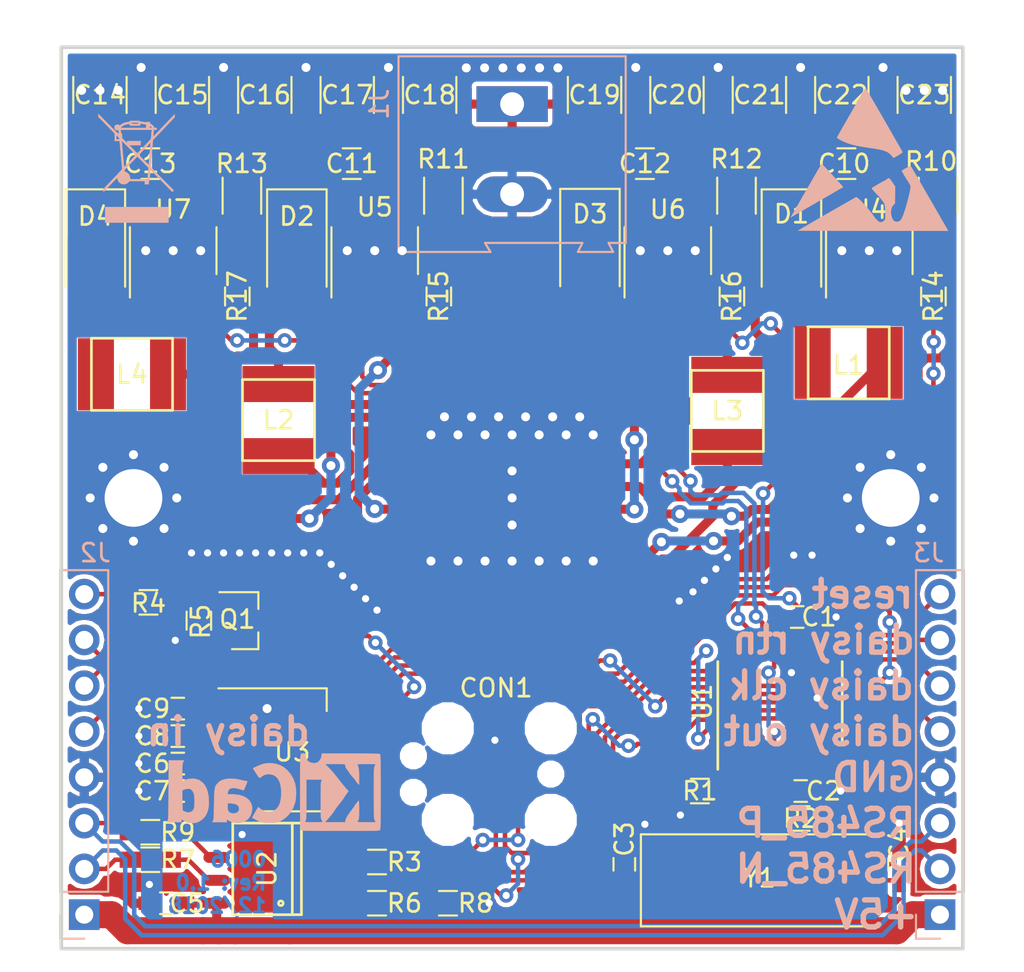
<source format=kicad_pcb>
(kicad_pcb (version 20171130) (host pcbnew "(6.0.0-rc1-dev-1425-g4c184f07a)")
  (title_block (title led_pixel_stm32f030) (date 2017-06-18) (rev 1.1) (company shimatta))
  (layers (0 F.Cu signal) (31 B.Cu signal) (34 B.Paste user) (35 F.Paste user) (36 B.SilkS user) (37 F.SilkS user) (38 B.Mask user) (39 F.Mask user) (44 Edge.Cuts user))
  (net 0 "")
  (net 1 +3V3)
  (net 2 GND)
  (net 3 "Net-(C3-Pad1)")
  (net 4 "Net-(C4-Pad1)")
  (net 5 +5V)
  (net 6 VCC)
  (net 7 /RS485_RX)
  (net 8 /SWDIO)
  (net 9 /#RESET)
  (net 10 /RS485_TX)
  (net 11 /TESTMODE)
  (net 12 /SWCLK)
  (net 13 "Net-(D1-Pad2)")
  (net 14 "Net-(D2-Pad2)")
  (net 15 "Net-(D3-Pad2)")
  (net 16 "Net-(D4-Pad2)")
  (net 17 /rgbw_led_driver/LED_G_A)
  (net 18 /rgbw_led_driver/LED_R_A)
  (net 19 /rgbw_led_driver/LED_B_A)
  (net 20 /rgbw_led_driver/LED_B_K)
  (net 21 /rgbw_led_driver/LED_R_K)
  (net 22 /rgbw_led_driver/LED_G_K)
  (net 23 /rgbw_led_driver/LED_W_A)
  (net 24 /rgbw_led_driver/LED_W_K)
  (net 25 /SPI_CLK)
  (net 26 /RESET_IN)
  (net 27 /SPI_MOSI)
  (net 28 /backplane/DAISY_R_TO_L)
  (net 29 /SPI_MISO)
  (net 30 "Net-(Q1-Pad1)")
  (net 31 "Net-(R1-Pad2)")
  (net 32 /PWM_LED_R)
  (net 33 /PWM_LED_G)
  (net 34 /PWM_LED_B)
  (net 35 /PWM_LED_W)
  (net 36 /RS485_DE)
  (net 37 /RS485_N)
  (net 38 /RS485_P)
  (net 39 "Net-(R2-Pad2)")
  (net 40 "Net-(R6-Pad1)")
  (net 41 "Net-(R7-Pad2)")
  (net 42 "Net-(R9-Pad2)")
  (net 43 "Net-(CON1-Pad6)")
  (net 44 "Net-(CON1-Pad8)")
  (module proz_connectors:TC2050-IDC (layer F.Cu) (at 148.336 115.316 180)
    (fp_text reference CON1 (at -0.775 4.775 180) (layer F.SilkS))
    (fp_text value 10PIN_JTAG_SWD)
    (pad "" np_thru_hole circle (at 1.905 -2.54 180) (size 2.375 2.375) (drill 2.375) (layers *.Cu *.Mask))
    (pad "" np_thru_hole circle (at 1.905 2.54 180) (size 2.375 2.375) (drill 2.375) (layers *.Cu *.Mask))
    (pad "" np_thru_hole circle (at -3.81 2.54 180) (size 2.375 2.375) (drill 2.375) (layers *.Cu *.Mask))
    (pad "" np_thru_hole circle (at 3.81 1.015 180) (size 0.9906 0.9906) (drill 0.9906) (layers *.Cu *.Mask))
    (pad "" np_thru_hole circle (at 3.81 -1.015 180) (size 0.9906 0.9906) (drill 0.9906) (layers *.Cu *.Mask))
    (pad "" np_thru_hole circle (at -3.81 0 180) (size 0.9906 0.9906) (drill 0.9906) (layers *.Cu *.Mask))
    (pad "" np_thru_hole circle (at -3.81 -2.54 180) (size 2.375 2.375) (drill 2.375) (layers *.Cu *.Mask))
    (pad 4 smd circle (at 1.27 0.635 180) (size 0.7874 0.7874) (layers F.Cu F.Mask) (net 12 /SWCLK))
    (pad 5 smd circle (at 2.54 0.635 180) (size 0.7874 0.7874) (layers F.Cu F.Mask) (net 11 /TESTMODE))
    (pad 6 smd circle (at 2.54 -0.635 180) (size 0.7874 0.7874) (layers F.Cu F.Mask) (net 43 "Net-(CON1-Pad6)"))
    (pad 7 smd circle (at 1.27 -0.635 180) (size 0.7874 0.7874) (layers F.Cu F.Mask) (net 10 /RS485_TX))
    (pad 1 smd circle (at -2.54 0.635 180) (size 0.7874 0.7874) (layers F.Cu F.Mask) (net 1 +3V3))
    (pad 10 smd circle (at -2.54 -0.635 180) (size 0.7874 0.7874) (layers F.Cu F.Mask) (net 9 /#RESET))
    (pad 2 smd circle (at -1.27 0.635 180) (size 0.7874 0.7874) (layers F.Cu F.Mask) (net 8 /SWDIO))
    (pad 9 smd circle (at -1.27 -0.635 180) (size 0.7874 0.7874) (layers F.Cu F.Mask) (net 7 /RS485_RX))
    (pad 8 smd circle (at 0 -0.635 180) (size 0.7874 0.7874) (layers F.Cu F.Mask) (net 44 "Net-(CON1-Pad8)"))
    (pad 3 smd circle (at 0 0.635 180) (size 0.7874 0.7874) (layers F.Cu F.Mask) (net 2 GND))
  )
  (module proz_logo:Shimatta_SolderMask (layer B.Cu) (at 150 89.332 180)
    (fp_text reference G*** hide)
    (fp_text value LOGO hide)
  )
  (module Symbols:ESD-Logo_8.9x8mm_SilkScreen (layer B.Cu) (at 169.812 81.204 180)
    (fp_text reference REF*** hide)
    (fp_text value ESD-Logo_8.9x8mm_SilkScreen hide)
  )
  (module Symbols:WEEE-Logo_4.2x6mm_SilkScreen (layer B.Cu) (at 129.172 81.712 180)
    (fp_text reference REF*** hide)
    (fp_text value WEEE-Logo_4.2x6mm_SilkScreen hide)
  )
  (module Symbols:Symbol_KiCAD-Logo_CopperAndSilkScreenTop (layer B.Cu) (at 136.792 116.129 180)
    (fp_text reference REF** hide)
    (fp_text value "KiCAD Logo" hide)
  )
  (module proz_choke:Choke_SMD_4.5x4x3.2 (layer F.Cu) (at 128.918 93.142 180)
    (fp_text reference L4 (at 0 0 180) (layer F.SilkS))
    (fp_text value 68u)
    (pad 1 smd rect (at -2 0 180) (size 2 4) (layers F.Cu F.Paste F.Mask) (net 24 /rgbw_led_driver/LED_W_K))
    (pad 2 smd rect (at 2 0 180) (size 2 4) (layers F.Cu F.Paste F.Mask) (net 16 "Net-(D4-Pad2)"))
  )
  (module TO_SOT_Packages_SMD:SOT-23 (layer F.Cu) (at 135.1664 106.8072)
    (fp_text reference Q1 (at -0.4064 -0.0762) (layer F.SilkS))
    (fp_text value BC107)
    (pad 3 smd rect (at 1 0) (size 0.9 0.8) (layers F.Cu F.Paste F.Mask) (net 9 /#RESET))
    (pad 2 smd rect (at -1 0.95) (size 0.9 0.8) (layers F.Cu F.Paste F.Mask) (net 2 GND))
    (pad 1 smd rect (at -1 -0.95) (size 0.9 0.8) (layers F.Cu F.Paste F.Mask) (net 30 "Net-(Q1-Pad1)"))
  )
  (module Capacitors_SMD:C_0603_HandSoldering (layer F.Cu) (at 130.823 122.479 180)
    (fp_text reference C5 (at -1.143 0 180) (layer F.SilkS))
    (fp_text value 100n)
    (pad 2 smd rect (at 0.95 0 180) (size 1.2 0.75) (layers F.Cu F.Paste F.Mask) (net 2 GND))
    (pad 1 smd rect (at -0.95 0 180) (size 1.2 0.75) (layers F.Cu F.Paste F.Mask) (net 5 +5V))
  )
  (module Capacitors_SMD:C_0603_HandSoldering (layer F.Cu) (at 165.8112 106.6038)
    (fp_text reference C1 (at 1.2068 0.0002) (layer F.SilkS))
    (fp_text value 100n)
    (pad 1 smd rect (at -0.95 0) (size 1.2 0.75) (layers F.Cu F.Paste F.Mask) (net 1 +3V3))
    (pad 2 smd rect (at 0.95 0) (size 1.2 0.75) (layers F.Cu F.Paste F.Mask) (net 2 GND))
  )
  (module Capacitors_SMD:C_0603_HandSoldering (layer F.Cu) (at 166.0045 116.256)
    (fp_text reference C2 (at 1.2675 0) (layer F.SilkS))
    (fp_text value 100n)
    (pad 2 smd rect (at 0.95 0) (size 1.2 0.75) (layers F.Cu F.Paste F.Mask) (net 2 GND))
    (pad 1 smd rect (at -0.95 0) (size 1.2 0.75) (layers F.Cu F.Paste F.Mask) (net 1 +3V3))
  )
  (module Capacitors_SMD:C_0603_HandSoldering (layer F.Cu) (at 156.223 120.32 90)
    (fp_text reference C3 (at 1.397 0 90) (layer F.SilkS))
    (fp_text value 20p)
    (pad 2 smd rect (at 0.95 0 90) (size 1.2 0.75) (layers F.Cu F.Paste F.Mask) (net 2 GND))
    (pad 1 smd rect (at -0.95 0 90) (size 1.2 0.75) (layers F.Cu F.Paste F.Mask) (net 3 "Net-(C3-Pad1)"))
  )
  (module Capacitors_SMD:C_0603_HandSoldering (layer F.Cu) (at 171.463 120.32 90)
    (fp_text reference C4 (at 1.143 0 90) (layer F.SilkS))
    (fp_text value 20p)
    (pad 1 smd rect (at -0.95 0 90) (size 1.2 0.75) (layers F.Cu F.Paste F.Mask) (net 4 "Net-(C4-Pad1)"))
    (pad 2 smd rect (at 0.95 0 90) (size 1.2 0.75) (layers F.Cu F.Paste F.Mask) (net 2 GND))
  )
  (module Capacitors_SMD:C_0603_HandSoldering (layer F.Cu) (at 131.458 114.732 180)
    (fp_text reference C6 (at 1.397 0 180) (layer F.SilkS))
    (fp_text value 1u)
    (pad 1 smd rect (at -0.95 0 180) (size 1.2 0.75) (layers F.Cu F.Paste F.Mask) (net 5 +5V))
    (pad 2 smd rect (at 0.95 0 180) (size 1.2 0.75) (layers F.Cu F.Paste F.Mask) (net 2 GND))
  )
  (module Capacitors_SMD:C_0603_HandSoldering (layer F.Cu) (at 131.458 116.256 180)
    (fp_text reference C7 (at 1.397 0 180) (layer F.SilkS))
    (fp_text value 100n)
    (pad 2 smd rect (at 0.95 0 180) (size 1.2 0.75) (layers F.Cu F.Paste F.Mask) (net 2 GND))
    (pad 1 smd rect (at -0.95 0 180) (size 1.2 0.75) (layers F.Cu F.Paste F.Mask) (net 5 +5V))
  )
  (module Capacitors_SMD:C_0603_HandSoldering (layer F.Cu) (at 131.458 113.208 180)
    (fp_text reference C8 (at 1.397 0 180) (layer F.SilkS))
    (fp_text value 100n)
    (pad 2 smd rect (at 0.95 0 180) (size 1.2 0.75) (layers F.Cu F.Paste F.Mask) (net 2 GND))
    (pad 1 smd rect (at -0.95 0 180) (size 1.2 0.75) (layers F.Cu F.Paste F.Mask) (net 1 +3V3))
  )
  (module Capacitors_SMD:C_0603_HandSoldering (layer F.Cu) (at 131.458 111.684 180)
    (fp_text reference C9 (at 1.397 0 180) (layer F.SilkS))
    (fp_text value 1u)
    (pad 1 smd rect (at -0.95 0 180) (size 1.2 0.75) (layers F.Cu F.Paste F.Mask) (net 1 +3V3))
    (pad 2 smd rect (at 0.95 0 180) (size 1.2 0.75) (layers F.Cu F.Paste F.Mask) (net 2 GND))
  )
  (module Capacitors_SMD:C_0805_HandSoldering (layer F.Cu) (at 168.542 81.458)
    (fp_text reference C10 (at -0.127 0) (layer F.SilkS))
    (fp_text value 100n)
    (pad 2 smd rect (at 1.25 0) (size 1.5 1.25) (layers F.Cu F.Paste F.Mask) (net 2 GND))
    (pad 1 smd rect (at -1.25 0) (size 1.5 1.25) (layers F.Cu F.Paste F.Mask) (net 6 VCC))
  )
  (module Capacitors_SMD:C_0805_HandSoldering (layer F.Cu) (at 141.11 81.458)
    (fp_text reference C11 (at 0 0) (layer F.SilkS))
    (fp_text value 100n)
    (pad 2 smd rect (at 1.25 0) (size 1.5 1.25) (layers F.Cu F.Paste F.Mask) (net 2 GND))
    (pad 1 smd rect (at -1.25 0) (size 1.5 1.25) (layers F.Cu F.Paste F.Mask) (net 6 VCC))
  )
  (module Capacitors_SMD:C_0805_HandSoldering (layer F.Cu) (at 157.366 81.458)
    (fp_text reference C12 (at 0 0) (layer F.SilkS))
    (fp_text value 100n)
    (pad 1 smd rect (at -1.25 0) (size 1.5 1.25) (layers F.Cu F.Paste F.Mask) (net 6 VCC))
    (pad 2 smd rect (at 1.25 0) (size 1.5 1.25) (layers F.Cu F.Paste F.Mask) (net 2 GND))
  )
  (module Capacitors_SMD:C_0805_HandSoldering (layer F.Cu) (at 129.934 81.458)
    (fp_text reference C13 (at 0 0) (layer F.SilkS))
    (fp_text value 100n)
    (pad 2 smd rect (at 1.25 0) (size 1.5 1.25) (layers F.Cu F.Paste F.Mask) (net 2 GND))
    (pad 1 smd rect (at -1.25 0) (size 1.5 1.25) (layers F.Cu F.Paste F.Mask) (net 6 VCC))
  )
  (module Diodes_SMD:D_SMA_Standard (layer F.Cu) (at 165.494 86.284 270)
    (fp_text reference D1 (at -2.032 0) (layer F.SilkS))
    (fp_text value SS310)
    (pad 1 smd rect (at -2 0 270) (size 2.5 1.8) (layers F.Cu F.Paste F.Mask) (net 6 VCC))
    (pad 2 smd rect (at 2 0 270) (size 2.5 1.8) (layers F.Cu F.Paste F.Mask) (net 13 "Net-(D1-Pad2)"))
  )
  (module Diodes_SMD:D_SMA_Standard (layer F.Cu) (at 138.062 86.284 270)
    (fp_text reference D2 (at -1.905 0) (layer F.SilkS))
    (fp_text value SS310)
    (pad 2 smd rect (at 2 0 270) (size 2.5 1.8) (layers F.Cu F.Paste F.Mask) (net 14 "Net-(D2-Pad2)"))
    (pad 1 smd rect (at -2 0 270) (size 2.5 1.8) (layers F.Cu F.Paste F.Mask) (net 6 VCC))
  )
  (module Diodes_SMD:D_SMA_Standard (layer F.Cu) (at 154.318 86.2586 270)
    (fp_text reference D3 (at -2.0066 0) (layer F.SilkS))
    (fp_text value SS310)
    (pad 2 smd rect (at 2 0 270) (size 2.5 1.8) (layers F.Cu F.Paste F.Mask) (net 15 "Net-(D3-Pad2)"))
    (pad 1 smd rect (at -2 0 270) (size 2.5 1.8) (layers F.Cu F.Paste F.Mask) (net 6 VCC))
  )
  (module Diodes_SMD:D_SMA_Standard (layer F.Cu) (at 126.886 86.284 270)
    (fp_text reference D4 (at -1.905 0) (layer F.SilkS))
    (fp_text value SS310)
    (pad 1 smd rect (at -2 0 270) (size 2.5 1.8) (layers F.Cu F.Paste F.Mask) (net 6 VCC))
    (pad 2 smd rect (at 2 0 270) (size 2.5 1.8) (layers F.Cu F.Paste F.Mask) (net 16 "Net-(D4-Pad2)"))
  )
  (module Connectors:AK300-2 (layer B.Cu) (at 150 78.156 270)
    (fp_text reference J1 (at 0 7.366 270) (layer B.SilkS) (effects (justify mirror)))
    (fp_text value Screw_Terminal_01x02)
    (pad 2 thru_hole oval (at 5 0 270) (size 1.98 3.96) (drill 1.32) (layers *.Cu *.Mask) (net 2 GND))
    (pad 1 thru_hole rect (at 0 0 270) (size 1.98 3.96) (drill 1.32) (layers *.Cu *.Mask) (net 6 VCC))
  )
  (module proz_choke:Choke_SMD_4.5x4x3.2 (layer F.Cu) (at 168.669 92.507 180)
    (fp_text reference L1 (at 0 -0.127 180) (layer F.SilkS))
    (fp_text value 68u)
    (pad 2 smd rect (at 2 0 180) (size 2 4) (layers F.Cu F.Paste F.Mask) (net 13 "Net-(D1-Pad2)"))
    (pad 1 smd rect (at -2 0 180) (size 2 4) (layers F.Cu F.Paste F.Mask) (net 21 /rgbw_led_driver/LED_R_K))
  )
  (module proz_choke:Choke_SMD_4.5x4x3.2 (layer F.Cu) (at 137.046 95.682 90)
    (fp_text reference L2 (at 0 0 180) (layer F.SilkS))
    (fp_text value 68u)
    (pad 1 smd rect (at -2 0 90) (size 2 4) (layers F.Cu F.Paste F.Mask) (net 22 /rgbw_led_driver/LED_G_K))
    (pad 2 smd rect (at 2 0 90) (size 2 4) (layers F.Cu F.Paste F.Mask) (net 14 "Net-(D2-Pad2)"))
  )
  (module proz_choke:Choke_SMD_4.5x4x3.2 (layer F.Cu) (at 161.938 95.174 90)
    (fp_text reference L3 (at 0 0 180) (layer F.SilkS))
    (fp_text value 68u)
    (pad 2 smd rect (at 2 0 90) (size 2 4) (layers F.Cu F.Paste F.Mask) (net 15 "Net-(D3-Pad2)"))
    (pad 1 smd rect (at -2 0 90) (size 2 4) (layers F.Cu F.Paste F.Mask) (net 20 /rgbw_led_driver/LED_B_K))
  )
  (module Resistors_SMD:R_0603_HandSoldering (layer F.Cu) (at 160.414 116.256)
    (fp_text reference R1 (at 0 0) (layer F.SilkS))
    (fp_text value 10k)
    (pad 1 smd rect (at -1.1 0) (size 1.2 0.9) (layers F.Cu F.Paste F.Mask) (net 2 GND))
    (pad 2 smd rect (at 1.1 0) (size 1.2 0.9) (layers F.Cu F.Paste F.Mask) (net 31 "Net-(R1-Pad2)"))
  )
  (module Resistors_SMD:R_0603_HandSoldering (layer F.Cu) (at 142.507 120.193 180)
    (fp_text reference R3 (at -1.524 0 180) (layer F.SilkS))
    (fp_text value 10k)
    (pad 2 smd rect (at 1.1 0 180) (size 1.2 0.9) (layers F.Cu F.Paste F.Mask) (net 1 +3V3))
    (pad 1 smd rect (at -1.1 0 180) (size 1.2 0.9) (layers F.Cu F.Paste F.Mask) (net 9 /#RESET))
  )
  (module Resistors_SMD:R_0603_HandSoldering (layer F.Cu) (at 129.8324 105.7912 180)
    (fp_text reference R4 (at 0 -0.0508 180) (layer F.SilkS))
    (fp_text value 1k)
    (pad 1 smd rect (at -1.1 0 180) (size 1.2 0.9) (layers F.Cu F.Paste F.Mask) (net 30 "Net-(Q1-Pad1)"))
    (pad 2 smd rect (at 1.1 0 180) (size 1.2 0.9) (layers F.Cu F.Paste F.Mask) (net 26 /RESET_IN))
  )
  (module Resistors_SMD:R_0603_HandSoldering (layer F.Cu) (at 132.6264 106.8072 90)
    (fp_text reference R5 (at -0.0508 0.1016 90) (layer F.SilkS))
    (fp_text value 10k)
    (pad 2 smd rect (at 1.1 0 90) (size 1.2 0.9) (layers F.Cu F.Paste F.Mask) (net 30 "Net-(Q1-Pad1)"))
    (pad 1 smd rect (at -1.1 0 90) (size 1.2 0.9) (layers F.Cu F.Paste F.Mask) (net 2 GND))
  )
  (module Resistors_SMD:R_0603_HandSoldering (layer F.Cu) (at 142.507 122.479)
    (fp_text reference R6 (at 1.524 0) (layer F.SilkS))
    (fp_text value 6k8)
    (pad 2 smd rect (at 1.1 0) (size 1.2 0.9) (layers F.Cu F.Paste F.Mask) (net 7 /RS485_RX))
    (pad 1 smd rect (at -1.1 0) (size 1.2 0.9) (layers F.Cu F.Paste F.Mask) (net 40 "Net-(R6-Pad1)"))
  )
  (module Resistors_SMD:R_0603_HandSoldering (layer F.Cu) (at 129.934 120.066)
    (fp_text reference R7 (at 1.524 0) (layer F.SilkS))
    (fp_text value 10)
    (pad 1 smd rect (at -1.1 0) (size 1.2 0.9) (layers F.Cu F.Paste F.Mask) (net 37 /RS485_N))
    (pad 2 smd rect (at 1.1 0) (size 1.2 0.9) (layers F.Cu F.Paste F.Mask) (net 41 "Net-(R7-Pad2)"))
  )
  (module Resistors_SMD:R_0603_HandSoldering (layer F.Cu) (at 146.444 122.479 180)
    (fp_text reference R8 (at -1.524 0 180) (layer F.SilkS))
    (fp_text value 10k)
    (pad 2 smd rect (at 1.1 0 180) (size 1.2 0.9) (layers F.Cu F.Paste F.Mask) (net 7 /RS485_RX))
    (pad 1 smd rect (at -1.1 0 180) (size 1.2 0.9) (layers F.Cu F.Paste F.Mask) (net 2 GND))
  )
  (module Resistors_SMD:R_0603_HandSoldering (layer F.Cu) (at 129.934 118.542)
    (fp_text reference R9 (at 1.524 0) (layer F.SilkS))
    (fp_text value 10)
    (pad 1 smd rect (at -1.1 0) (size 1.2 0.9) (layers F.Cu F.Paste F.Mask) (net 38 /RS485_P))
    (pad 2 smd rect (at 1.1 0) (size 1.2 0.9) (layers F.Cu F.Paste F.Mask) (net 42 "Net-(R9-Pad2)"))
  )
  (module Resistors_SMD:R_1206_HandSoldering (layer F.Cu) (at 173.622 83.236 90)
    (fp_text reference R10 (at 1.905 -0.381 180) (layer F.SilkS))
    (fp_text value 0.33)
    (pad 1 smd rect (at -2 0 90) (size 2 1.7) (layers F.Cu F.Paste F.Mask) (net 18 /rgbw_led_driver/LED_R_A))
    (pad 2 smd rect (at 2 0 90) (size 2 1.7) (layers F.Cu F.Paste F.Mask) (net 6 VCC))
  )
  (module Resistors_SMD:R_1206_HandSoldering (layer F.Cu) (at 146.19 83.236 90)
    (fp_text reference R11 (at 2.032 0 180) (layer F.SilkS))
    (fp_text value 0.33)
    (pad 2 smd rect (at 2 0 90) (size 2 1.7) (layers F.Cu F.Paste F.Mask) (net 6 VCC))
    (pad 1 smd rect (at -2 0 90) (size 2 1.7) (layers F.Cu F.Paste F.Mask) (net 17 /rgbw_led_driver/LED_G_A))
  )
  (module Resistors_SMD:R_1206_HandSoldering (layer F.Cu) (at 162.446 83.236 90)
    (fp_text reference R12 (at 2.032 0 180) (layer F.SilkS))
    (fp_text value 0.33)
    (pad 2 smd rect (at 2 0 90) (size 2 1.7) (layers F.Cu F.Paste F.Mask) (net 6 VCC))
    (pad 1 smd rect (at -2 0 90) (size 2 1.7) (layers F.Cu F.Paste F.Mask) (net 19 /rgbw_led_driver/LED_B_A))
  )
  (module Resistors_SMD:R_1206_HandSoldering (layer F.Cu) (at 135.014 83.236 90)
    (fp_text reference R13 (at 1.778 0 180) (layer F.SilkS))
    (fp_text value 0.33)
    (pad 1 smd rect (at -2 0 90) (size 2 1.7) (layers F.Cu F.Paste F.Mask) (net 23 /rgbw_led_driver/LED_W_A))
    (pad 2 smd rect (at 2 0 90) (size 2 1.7) (layers F.Cu F.Paste F.Mask) (net 6 VCC))
  )
  (module Resistors_SMD:R_0603_HandSoldering (layer F.Cu) (at 173.368 88.824 90)
    (fp_text reference R14 (at 0 0 90) (layer F.SilkS))
    (fp_text value 10k)
    (pad 2 smd rect (at 1.1 0 90) (size 1.2 0.9) (layers F.Cu F.Paste F.Mask) (net 2 GND))
    (pad 1 smd rect (at -1.1 0 90) (size 1.2 0.9) (layers F.Cu F.Paste F.Mask) (net 32 /PWM_LED_R))
  )
  (module Resistors_SMD:R_0603_HandSoldering (layer F.Cu) (at 145.936 88.824 90)
    (fp_text reference R15 (at 0 0 90) (layer F.SilkS))
    (fp_text value 10k)
    (pad 2 smd rect (at 1.1 0 90) (size 1.2 0.9) (layers F.Cu F.Paste F.Mask) (net 2 GND))
    (pad 1 smd rect (at -1.1 0 90) (size 1.2 0.9) (layers F.Cu F.Paste F.Mask) (net 33 /PWM_LED_G))
  )
  (module Resistors_SMD:R_0603_HandSoldering (layer F.Cu) (at 162.192 88.824 90)
    (fp_text reference R16 (at 0 0 90) (layer F.SilkS))
    (fp_text value 10k)
    (pad 1 smd rect (at -1.1 0 90) (size 1.2 0.9) (layers F.Cu F.Paste F.Mask) (net 34 /PWM_LED_B))
    (pad 2 smd rect (at 1.1 0 90) (size 1.2 0.9) (layers F.Cu F.Paste F.Mask) (net 2 GND))
  )
  (module Resistors_SMD:R_0603_HandSoldering (layer F.Cu) (at 134.76 88.824 90)
    (fp_text reference R17 (at 0 0 90) (layer F.SilkS))
    (fp_text value 10k)
    (pad 1 smd rect (at -1.1 0 90) (size 1.2 0.9) (layers F.Cu F.Paste F.Mask) (net 35 /PWM_LED_W))
    (pad 2 smd rect (at 1.1 0 90) (size 1.2 0.9) (layers F.Cu F.Paste F.Mask) (net 2 GND))
  )
  (module Housings_SSOP:TSSOP-20_4.4x6.5mm_Pitch0.65mm (layer F.Cu) (at 164.859 111.303 90)
    (fp_text reference U1 (at 0 -4.3 90) (layer F.SilkS))
    (fp_text value STM32F030F4Px)
    (pad 20 smd rect (at 2.95 -2.925 90) (size 1.45 0.45) (layers F.Cu F.Paste F.Mask) (net 12 /SWCLK))
    (pad 19 smd rect (at 2.95 -2.275 90) (size 1.45 0.45) (layers F.Cu F.Paste F.Mask) (net 8 /SWDIO))
    (pad 18 smd rect (at 2.95 -1.625 90) (size 1.45 0.45) (layers F.Cu F.Paste F.Mask) (net 35 /PWM_LED_W))
    (pad 17 smd rect (at 2.95 -0.975 90) (size 1.45 0.45) (layers F.Cu F.Paste F.Mask) (net 33 /PWM_LED_G))
    (pad 16 smd rect (at 2.95 -0.325 90) (size 1.45 0.45) (layers F.Cu F.Paste F.Mask) (net 1 +3V3))
    (pad 15 smd rect (at 2.95 0.325 90) (size 1.45 0.45) (layers F.Cu F.Paste F.Mask) (net 2 GND))
    (pad 14 smd rect (at 2.95 0.975 90) (size 1.45 0.45) (layers F.Cu F.Paste F.Mask) (net 34 /PWM_LED_B))
    (pad 13 smd rect (at 2.95 1.625 90) (size 1.45 0.45) (layers F.Cu F.Paste F.Mask) (net 27 /SPI_MOSI))
    (pad 12 smd rect (at 2.95 2.275 90) (size 1.45 0.45) (layers F.Cu F.Paste F.Mask) (net 29 /SPI_MISO))
    (pad 11 smd rect (at 2.95 2.925 90) (size 1.45 0.45) (layers F.Cu F.Paste F.Mask) (net 25 /SPI_CLK))
    (pad 10 smd rect (at -2.95 2.925 90) (size 1.45 0.45) (layers F.Cu F.Paste F.Mask) (net 32 /PWM_LED_R))
    (pad 9 smd rect (at -2.95 2.275 90) (size 1.45 0.45) (layers F.Cu F.Paste F.Mask) (net 7 /RS485_RX))
    (pad 8 smd rect (at -2.95 1.625 90) (size 1.45 0.45) (layers F.Cu F.Paste F.Mask) (net 10 /RS485_TX))
    (pad 7 smd rect (at -2.95 0.975 90) (size 1.45 0.45) (layers F.Cu F.Paste F.Mask) (net 36 /RS485_DE))
    (pad 6 smd rect (at -2.95 0.325 90) (size 1.45 0.45) (layers F.Cu F.Paste F.Mask) (net 11 /TESTMODE))
    (pad 5 smd rect (at -2.95 -0.325 90) (size 1.45 0.45) (layers F.Cu F.Paste F.Mask) (net 1 +3V3))
    (pad 4 smd rect (at -2.95 -0.975 90) (size 1.45 0.45) (layers F.Cu F.Paste F.Mask) (net 9 /#RESET))
    (pad 3 smd rect (at -2.95 -1.625 90) (size 1.45 0.45) (layers F.Cu F.Paste F.Mask) (net 39 "Net-(R2-Pad2)"))
    (pad 2 smd rect (at -2.95 -2.275 90) (size 1.45 0.45) (layers F.Cu F.Paste F.Mask) (net 3 "Net-(C3-Pad1)"))
    (pad 1 smd rect (at -2.95 -2.925 90) (size 1.45 0.45) (layers F.Cu F.Paste F.Mask) (net 31 "Net-(R1-Pad2)"))
  )
  (module Power_Integrations:SO-8 (layer F.Cu) (at 136.411 120.574 90)
    (fp_text reference U2 (at 0 0 90) (layer F.SilkS))
    (fp_text value SN75176)
    (pad 8 smd oval (at -1.905 -2.794 90) (size 0.6096 1.4732) (layers F.Cu F.Paste F.Mask) (net 5 +5V))
    (pad 7 smd oval (at -0.635 -2.794 90) (size 0.6096 1.4732) (layers F.Cu F.Paste F.Mask) (net 41 "Net-(R7-Pad2)"))
    (pad 6 smd oval (at 0.635 -2.794 90) (size 0.6096 1.4732) (layers F.Cu F.Paste F.Mask) (net 42 "Net-(R9-Pad2)"))
    (pad 5 smd oval (at 1.905 -2.794 90) (size 0.6096 1.4732) (layers F.Cu F.Paste F.Mask) (net 2 GND))
    (pad 4 smd oval (at 1.905 2.794 90) (size 0.6096 1.4732) (layers F.Cu F.Paste F.Mask) (net 10 /RS485_TX))
    (pad 3 smd oval (at 0.635 2.794 90) (size 0.6096 1.4732) (layers F.Cu F.Paste F.Mask) (net 36 /RS485_DE))
    (pad 2 smd oval (at -0.635 2.794 90) (size 0.6096 1.4732) (layers F.Cu F.Paste F.Mask) (net 36 /RS485_DE))
    (pad 1 smd oval (at -1.905 2.794 90) (size 0.6096 1.4732) (layers F.Cu F.Paste F.Mask) (net 40 "Net-(R6-Pad1)"))
  )
  (module TO_SOT_Packages_SMD:SOT-223 (layer F.Cu) (at 137.808 113.97)
    (fp_text reference U3 (at 0 0.127) (layer F.SilkS))
    (fp_text value 1117-3.3)
    (pad 1 smd rect (at -3.15 -2.3) (size 2 1.5) (layers F.Cu F.Paste F.Mask) (net 2 GND))
    (pad 3 smd rect (at -3.15 2.3) (size 2 1.5) (layers F.Cu F.Paste F.Mask) (net 5 +5V))
    (pad 2 smd rect (at -3.15 0) (size 2 1.5) (layers F.Cu F.Paste F.Mask) (net 1 +3V3))
    (pad 4 smd rect (at 3.15 0) (size 2 3.8) (layers F.Cu F.Paste F.Mask) (net 1 +3V3))
  )
  (module TO_SOT_Packages_SMD:SOT89-5_Housing_Handsoldering (layer F.Cu) (at 169.812 86.284 90)
    (fp_text reference U4 (at 2.286 0 180) (layer F.SilkS))
    (fp_text value PT4115)
    (pad 2 smd trapezoid (at 0.78 0) (size 1.5 0.75) (rect_delta 0 0.5) (layers F.Cu F.Paste F.Mask) (net 2 GND))
    (pad 5 smd rect (at 2.35 -1.5) (size 0.7 2.5) (layers F.Cu F.Paste F.Mask) (net 6 VCC))
    (pad 4 smd rect (at 2.35 1.5) (size 0.7 2.5) (layers F.Cu F.Paste F.Mask) (net 18 /rgbw_led_driver/LED_R_A))
    (pad 1 smd rect (at -2.35 -1.5) (size 0.7 2.5) (layers F.Cu F.Paste F.Mask) (net 13 "Net-(D1-Pad2)"))
    (pad 2 smd rect (at -2.35 0) (size 1 2.5) (layers F.Cu F.Paste F.Mask) (net 2 GND))
    (pad 3 smd rect (at -2.35 1.5) (size 0.7 2.5) (layers F.Cu F.Paste F.Mask) (net 32 /PWM_LED_R))
    (pad 2 smd rect (at 2.35 0) (size 1 2.5) (layers F.Cu F.Paste F.Mask) (net 2 GND))
    (pad 2 smd trapezoid (at -0.78 0 180) (size 1.5 0.75) (rect_delta 0 0.5) (layers F.Cu F.Paste F.Mask) (net 2 GND))
    (pad 2 smd rect (at 0 0) (size 2 0.8) (layers F.Cu F.Paste F.Mask) (net 2 GND))
  )
  (module TO_SOT_Packages_SMD:SOT89-5_Housing_Handsoldering (layer F.Cu) (at 142.38 86.284 90)
    (fp_text reference U5 (at 2.413 0 180) (layer F.SilkS))
    (fp_text value PT4115)
    (pad 2 smd trapezoid (at 0.78 0) (size 1.5 0.75) (rect_delta 0 0.5) (layers F.Cu F.Paste F.Mask) (net 2 GND))
    (pad 5 smd rect (at 2.35 -1.5) (size 0.7 2.5) (layers F.Cu F.Paste F.Mask) (net 6 VCC))
    (pad 4 smd rect (at 2.35 1.5) (size 0.7 2.5) (layers F.Cu F.Paste F.Mask) (net 17 /rgbw_led_driver/LED_G_A))
    (pad 1 smd rect (at -2.35 -1.5) (size 0.7 2.5) (layers F.Cu F.Paste F.Mask) (net 14 "Net-(D2-Pad2)"))
    (pad 2 smd rect (at -2.35 0) (size 1 2.5) (layers F.Cu F.Paste F.Mask) (net 2 GND))
    (pad 3 smd rect (at -2.35 1.5) (size 0.7 2.5) (layers F.Cu F.Paste F.Mask) (net 33 /PWM_LED_G))
    (pad 2 smd rect (at 2.35 0) (size 1 2.5) (layers F.Cu F.Paste F.Mask) (net 2 GND))
    (pad 2 smd trapezoid (at -0.78 0 180) (size 1.5 0.75) (rect_delta 0 0.5) (layers F.Cu F.Paste F.Mask) (net 2 GND))
    (pad 2 smd rect (at 0 0) (size 2 0.8) (layers F.Cu F.Paste F.Mask) (net 2 GND))
  )
  (module TO_SOT_Packages_SMD:SOT89-5_Housing_Handsoldering (layer F.Cu) (at 158.636 86.284 90)
    (fp_text reference U6 (at 2.286 0 180) (layer F.SilkS))
    (fp_text value PT4115)
    (pad 2 smd trapezoid (at 0.78 0) (size 1.5 0.75) (rect_delta 0 0.5) (layers F.Cu F.Paste F.Mask) (net 2 GND))
    (pad 5 smd rect (at 2.35 -1.5) (size 0.7 2.5) (layers F.Cu F.Paste F.Mask) (net 6 VCC))
    (pad 4 smd rect (at 2.35 1.5) (size 0.7 2.5) (layers F.Cu F.Paste F.Mask) (net 19 /rgbw_led_driver/LED_B_A))
    (pad 1 smd rect (at -2.35 -1.5) (size 0.7 2.5) (layers F.Cu F.Paste F.Mask) (net 15 "Net-(D3-Pad2)"))
    (pad 2 smd rect (at -2.35 0) (size 1 2.5) (layers F.Cu F.Paste F.Mask) (net 2 GND))
    (pad 3 smd rect (at -2.35 1.5) (size 0.7 2.5) (layers F.Cu F.Paste F.Mask) (net 34 /PWM_LED_B))
    (pad 2 smd rect (at 2.35 0) (size 1 2.5) (layers F.Cu F.Paste F.Mask) (net 2 GND))
    (pad 2 smd trapezoid (at -0.78 0 180) (size 1.5 0.75) (rect_delta 0 0.5) (layers F.Cu F.Paste F.Mask) (net 2 GND))
    (pad 2 smd rect (at 0 0) (size 2 0.8) (layers F.Cu F.Paste F.Mask) (net 2 GND))
  )
  (module TO_SOT_Packages_SMD:SOT89-5_Housing_Handsoldering (layer F.Cu) (at 131.204 86.284 90)
    (fp_text reference U7 (at 2.286 0 180) (layer F.SilkS))
    (fp_text value PT4115)
    (pad 2 smd trapezoid (at 0.78 0) (size 1.5 0.75) (rect_delta 0 0.5) (layers F.Cu F.Paste F.Mask) (net 2 GND))
    (pad 5 smd rect (at 2.35 -1.5) (size 0.7 2.5) (layers F.Cu F.Paste F.Mask) (net 6 VCC))
    (pad 4 smd rect (at 2.35 1.5) (size 0.7 2.5) (layers F.Cu F.Paste F.Mask) (net 23 /rgbw_led_driver/LED_W_A))
    (pad 1 smd rect (at -2.35 -1.5) (size 0.7 2.5) (layers F.Cu F.Paste F.Mask) (net 16 "Net-(D4-Pad2)"))
    (pad 2 smd rect (at -2.35 0) (size 1 2.5) (layers F.Cu F.Paste F.Mask) (net 2 GND))
    (pad 3 smd rect (at -2.35 1.5) (size 0.7 2.5) (layers F.Cu F.Paste F.Mask) (net 35 /PWM_LED_W))
    (pad 2 smd rect (at 2.35 0) (size 1 2.5) (layers F.Cu F.Paste F.Mask) (net 2 GND))
    (pad 2 smd trapezoid (at -0.78 0 180) (size 1.5 0.75) (rect_delta 0 0.5) (layers F.Cu F.Paste F.Mask) (net 2 GND))
    (pad 2 smd rect (at 0 0) (size 2 0.8) (layers F.Cu F.Paste F.Mask) (net 2 GND))
  )
  (module Crystals:Crystal_SMD_HC49-SD (layer F.Cu) (at 163.843 121.209)
    (fp_text reference Y1 (at -0.127 -0.127) (layer F.SilkS))
    (fp_text value 8MHz)
    (pad 2 smd rect (at 4.25 0) (size 4.5 2) (layers F.Cu F.Paste F.Mask) (net 4 "Net-(C4-Pad1)"))
    (pad 1 smd rect (at -4.25 0) (size 4.5 2) (layers F.Cu F.Paste F.Mask) (net 3 "Net-(C3-Pad1)"))
  )
  (module Resistors_SMD:R_0603_HandSoldering (layer F.Cu) (at 166.002 117.78 180)
    (fp_text reference R2 (at 0 0 180) (layer F.SilkS))
    (fp_text value 220)
    (pad 2 smd rect (at 1.1 0 180) (size 1.2 0.9) (layers F.Cu F.Paste F.Mask) (net 39 "Net-(R2-Pad2)"))
    (pad 1 smd rect (at -1.1 0 180) (size 1.2 0.9) (layers F.Cu F.Paste F.Mask) (net 4 "Net-(C4-Pad1)"))
  )
  (module Pin_Headers:Pin_Header_Straight_1x08_Pitch2.54mm (layer B.Cu) (at 126.27 123.114)
    (fp_text reference J2 (at 0.616 -20.066) (layer B.SilkS) (effects (justify mirror)))
    (fp_text value Conn_01x08)
    (pad 8 thru_hole oval (at 0 -17.78) (size 1.7 1.7) (drill 1) (layers *.Cu *.Mask) (net 26 /RESET_IN))
    (pad 7 thru_hole oval (at 0 -15.24) (size 1.7 1.7) (drill 1) (layers *.Cu *.Mask) (net 28 /backplane/DAISY_R_TO_L))
    (pad 6 thru_hole oval (at 0 -12.7) (size 1.7 1.7) (drill 1) (layers *.Cu *.Mask) (net 25 /SPI_CLK))
    (pad 5 thru_hole oval (at 0 -10.16) (size 1.7 1.7) (drill 1) (layers *.Cu *.Mask) (net 27 /SPI_MOSI))
    (pad 4 thru_hole oval (at 0 -7.62) (size 1.7 1.7) (drill 1) (layers *.Cu *.Mask) (net 2 GND))
    (pad 3 thru_hole oval (at 0 -5.08) (size 1.7 1.7) (drill 1) (layers *.Cu *.Mask) (net 38 /RS485_P))
    (pad 2 thru_hole oval (at 0 -2.54) (size 1.7 1.7) (drill 1) (layers *.Cu *.Mask) (net 37 /RS485_N))
    (pad 1 thru_hole rect (at 0 0) (size 1.7 1.7) (drill 1) (layers *.Cu *.Mask) (net 5 +5V))
  )
  (module Pin_Headers:Pin_Header_Straight_1x08_Pitch2.54mm (layer B.Cu) (at 173.73 123.114)
    (fp_text reference J3 (at -0.616 -20.066) (layer B.SilkS) (effects (justify mirror)))
    (fp_text value Conn_01x08)
    (pad 1 thru_hole rect (at 0 0) (size 1.7 1.7) (drill 1) (layers *.Cu *.Mask) (net 5 +5V))
    (pad 2 thru_hole oval (at 0 -2.54) (size 1.7 1.7) (drill 1) (layers *.Cu *.Mask) (net 37 /RS485_N))
    (pad 3 thru_hole oval (at 0 -5.08) (size 1.7 1.7) (drill 1) (layers *.Cu *.Mask) (net 38 /RS485_P))
    (pad 4 thru_hole oval (at 0 -7.62) (size 1.7 1.7) (drill 1) (layers *.Cu *.Mask) (net 2 GND))
    (pad 5 thru_hole oval (at 0 -10.16) (size 1.7 1.7) (drill 1) (layers *.Cu *.Mask) (net 29 /SPI_MISO))
    (pad 6 thru_hole oval (at 0 -12.7) (size 1.7 1.7) (drill 1) (layers *.Cu *.Mask) (net 25 /SPI_CLK))
    (pad 7 thru_hole oval (at 0 -15.24) (size 1.7 1.7) (drill 1) (layers *.Cu *.Mask) (net 28 /backplane/DAISY_R_TO_L))
    (pad 8 thru_hole oval (at 0 -17.78) (size 1.7 1.7) (drill 1) (layers *.Cu *.Mask) (net 26 /RESET_IN))
  )
  (module Capacitors_SMD:C_1210 (layer F.Cu) (at 127.14 77.648 90)
    (fp_text reference C14 (at 0 0 180) (layer F.SilkS))
    (fp_text value "10u 50V")
    (pad 1 smd rect (at -1.5 0 90) (size 1 2.5) (layers F.Cu F.Paste F.Mask) (net 6 VCC))
    (pad 2 smd rect (at 1.5 0 90) (size 1 2.5) (layers F.Cu F.Paste F.Mask) (net 2 GND))
  )
  (module Capacitors_SMD:C_1210 (layer F.Cu) (at 131.712 77.648 90)
    (fp_text reference C15 (at 0 0 180) (layer F.SilkS))
    (fp_text value "10u 50V")
    (pad 2 smd rect (at 1.5 0 90) (size 1 2.5) (layers F.Cu F.Paste F.Mask) (net 2 GND))
    (pad 1 smd rect (at -1.5 0 90) (size 1 2.5) (layers F.Cu F.Paste F.Mask) (net 6 VCC))
  )
  (module Capacitors_SMD:C_1210 (layer F.Cu) (at 136.284 77.648 90)
    (fp_text reference C16 (at 0 0 180) (layer F.SilkS))
    (fp_text value "10u 50V")
    (pad 2 smd rect (at 1.5 0 90) (size 1 2.5) (layers F.Cu F.Paste F.Mask) (net 2 GND))
    (pad 1 smd rect (at -1.5 0 90) (size 1 2.5) (layers F.Cu F.Paste F.Mask) (net 6 VCC))
  )
  (module Capacitors_SMD:C_1210 (layer F.Cu) (at 140.856 77.648 90)
    (fp_text reference C17 (at 0 0 180) (layer F.SilkS))
    (fp_text value "10u 50V")
    (pad 2 smd rect (at 1.5 0 90) (size 1 2.5) (layers F.Cu F.Paste F.Mask) (net 2 GND))
    (pad 1 smd rect (at -1.5 0 90) (size 1 2.5) (layers F.Cu F.Paste F.Mask) (net 6 VCC))
  )
  (module Capacitors_SMD:C_1210 (layer F.Cu) (at 145.428 77.648 90)
    (fp_text reference C18 (at 0 0 180) (layer F.SilkS))
    (fp_text value "10u 50V")
    (pad 2 smd rect (at 1.5 0 90) (size 1 2.5) (layers F.Cu F.Paste F.Mask) (net 2 GND))
    (pad 1 smd rect (at -1.5 0 90) (size 1 2.5) (layers F.Cu F.Paste F.Mask) (net 6 VCC))
  )
  (module Capacitors_SMD:C_1210 (layer F.Cu) (at 154.572 77.648 90)
    (fp_text reference C19 (at 0 0 180) (layer F.SilkS))
    (fp_text value "10u 50V")
    (pad 1 smd rect (at -1.5 0 90) (size 1 2.5) (layers F.Cu F.Paste F.Mask) (net 6 VCC))
    (pad 2 smd rect (at 1.5 0 90) (size 1 2.5) (layers F.Cu F.Paste F.Mask) (net 2 GND))
  )
  (module Capacitors_SMD:C_1210 (layer F.Cu) (at 159.144 77.648 90)
    (fp_text reference C20 (at 0 0 180) (layer F.SilkS))
    (fp_text value "10u 50V")
    (pad 1 smd rect (at -1.5 0 90) (size 1 2.5) (layers F.Cu F.Paste F.Mask) (net 6 VCC))
    (pad 2 smd rect (at 1.5 0 90) (size 1 2.5) (layers F.Cu F.Paste F.Mask) (net 2 GND))
  )
  (module Capacitors_SMD:C_1210 (layer F.Cu) (at 163.716 77.648 90)
    (fp_text reference C21 (at 0 0 180) (layer F.SilkS))
    (fp_text value "10u 50V")
    (pad 1 smd rect (at -1.5 0 90) (size 1 2.5) (layers F.Cu F.Paste F.Mask) (net 6 VCC))
    (pad 2 smd rect (at 1.5 0 90) (size 1 2.5) (layers F.Cu F.Paste F.Mask) (net 2 GND))
  )
  (module Capacitors_SMD:C_1210 (layer F.Cu) (at 168.288 77.648 90)
    (fp_text reference C22 (at 0 0 180) (layer F.SilkS))
    (fp_text value "10u 50V")
    (pad 1 smd rect (at -1.5 0 90) (size 1 2.5) (layers F.Cu F.Paste F.Mask) (net 6 VCC))
    (pad 2 smd rect (at 1.5 0 90) (size 1 2.5) (layers F.Cu F.Paste F.Mask) (net 2 GND))
  )
  (module Capacitors_SMD:C_1210 (layer F.Cu) (at 172.86 77.648 90)
    (fp_text reference C23 (at 0 0 180) (layer F.SilkS))
    (fp_text value "10u 50V")
    (pad 2 smd rect (at 1.5 0 90) (size 1 2.5) (layers F.Cu F.Paste F.Mask) (net 2 GND))
    (pad 1 smd rect (at -1.5 0 90) (size 1 2.5) (layers F.Cu F.Paste F.Mask) (net 6 VCC))
  )
  (module Mounting_Holes:MountingHole_3.2mm_M3_Pad_Via (layer F.Cu) (at 129 100)
    (fp_text reference M1 (at 0 0) (layer F.SilkS))
    (fp_text value "mounting hole")
    (pad 1 thru_hole circle (at 0 0) (size 6.4 6.4) (drill 3.2) (layers *.Cu *.Mask) (net 2 GND))
    (pad "" thru_hole circle (at 2.4 0) (size 0.6 0.6) (drill 0.5) (layers *.Cu *.Mask))
    (pad "" thru_hole circle (at 1.697056 1.697056) (size 0.6 0.6) (drill 0.5) (layers *.Cu *.Mask))
    (pad "" thru_hole circle (at 0 2.4) (size 0.6 0.6) (drill 0.5) (layers *.Cu *.Mask))
    (pad "" thru_hole circle (at -1.697056 1.697056) (size 0.6 0.6) (drill 0.5) (layers *.Cu *.Mask))
    (pad "" thru_hole circle (at -2.4 0) (size 0.6 0.6) (drill 0.5) (layers *.Cu *.Mask))
    (pad "" thru_hole circle (at -1.697056 -1.697056) (size 0.6 0.6) (drill 0.5) (layers *.Cu *.Mask))
    (pad "" thru_hole circle (at 0 -2.4) (size 0.6 0.6) (drill 0.5) (layers *.Cu *.Mask))
    (pad "" thru_hole circle (at 1.697056 -1.697056) (size 0.6 0.6) (drill 0.5) (layers *.Cu *.Mask))
  )
  (module Mounting_Holes:MountingHole_3.2mm_M3_Pad_Via (layer F.Cu) (at 171 100)
    (fp_text reference M2 (at -0.045 0) (layer F.SilkS))
    (fp_text value "mounting hole")
    (pad "" thru_hole circle (at 1.697056 -1.697056) (size 0.6 0.6) (drill 0.5) (layers *.Cu *.Mask))
    (pad "" thru_hole circle (at 0 -2.4) (size 0.6 0.6) (drill 0.5) (layers *.Cu *.Mask))
    (pad "" thru_hole circle (at -1.697056 -1.697056) (size 0.6 0.6) (drill 0.5) (layers *.Cu *.Mask))
    (pad "" thru_hole circle (at -2.4 0) (size 0.6 0.6) (drill 0.5) (layers *.Cu *.Mask))
    (pad "" thru_hole circle (at -1.697056 1.697056) (size 0.6 0.6) (drill 0.5) (layers *.Cu *.Mask))
    (pad "" thru_hole circle (at 0 2.4) (size 0.6 0.6) (drill 0.5) (layers *.Cu *.Mask))
    (pad "" thru_hole circle (at 1.697056 1.697056) (size 0.6 0.6) (drill 0.5) (layers *.Cu *.Mask))
    (pad "" thru_hole circle (at 2.4 0) (size 0.6 0.6) (drill 0.5) (layers *.Cu *.Mask))
    (pad 1 thru_hole circle (at 0 0) (size 6.4 6.4) (drill 3.2) (layers *.Cu *.Mask) (net 2 GND))
  )
  (module proz_led:LED_SMD_CREE_XM-L_4Color (layer F.Cu) (at 150 100 180)
    (fp_text reference D5 hide)
    (fp_text value LED_RGBW_cree)
    (pad 4 smd rect (at 2.39 1.895 180) (size 1 1.01) (layers F.Cu F.Paste F.Mask) (net 23 /rgbw_led_driver/LED_W_A))
    (pad 3 smd rect (at 2.39 0.635 180) (size 1 1.01) (layers F.Cu F.Paste F.Mask) (net 19 /rgbw_led_driver/LED_B_A))
    (pad 2 smd rect (at 2.39 -0.625 180) (size 1 1.01) (layers F.Cu F.Paste F.Mask) (net 17 /rgbw_led_driver/LED_G_A))
    (pad 1 smd rect (at 2.39 -1.885 180) (size 1 1.01) (layers F.Cu F.Paste F.Mask) (net 18 /rgbw_led_driver/LED_R_A))
    (pad G smd rect (at 0 0 180) (size 2.78 4.78) (layers F.Cu F.Paste F.Mask) (net 2 GND))
    (pad 8 smd rect (at -2.39 -1.885 180) (size 1 1.01) (layers F.Cu F.Paste F.Mask) (net 21 /rgbw_led_driver/LED_R_K))
    (pad 7 smd rect (at -2.39 -0.625 180) (size 1 1.01) (layers F.Cu F.Paste F.Mask) (net 22 /rgbw_led_driver/LED_G_K))
    (pad 6 smd rect (at -2.39 0.635 180) (size 1 1.01) (layers F.Cu F.Paste F.Mask) (net 20 /rgbw_led_driver/LED_B_K))
    (pad 5 smd rect (at -2.39 1.895 180) (size 1 1.01) (layers F.Cu F.Paste F.Mask) (net 24 /rgbw_led_driver/LED_W_K))
  )
  (gr_text "daisy out" (at 167.018 112.954) (layer B.SilkS) (effects (font (size 1.5 1.5) (thickness 0.3)) (justify mirror)))
  (gr_text +5V (at 170.193 123.114) (layer B.SilkS) (effects (font (size 1.5 1.5) (thickness 0.3)) (justify mirror)))
  (gr_text RS485_N (at 167.399 120.574) (layer B.SilkS) (effects (font (size 1.5 1.5) (thickness 0.3)) (justify mirror)))
  (gr_text RS485_P (at 167.399 118.034) (layer B.SilkS) (effects (font (size 1.5 1.5) (thickness 0.3)) (justify mirror)))
  (gr_text GND (at 170.066 115.494) (layer B.SilkS) (effects (font (size 1.5 1.5) (thickness 0.3)) (justify mirror)))
  (gr_text "daisy in" (at 134.252 112.954) (layer B.SilkS) (effects (font (size 1.5 1.5) (thickness 0.3)) (justify mirror)))
  (gr_text "daisy clk" (at 167.145 110.414) (layer B.SilkS) (effects (font (size 1.5 1.5) (thickness 0.3)) (justify mirror)))
  (gr_text "daisy rtn" (at 167.272 107.874) (layer B.SilkS) (effects (font (size 1.5 1.5) (thickness 0.3)) (justify mirror)))
  (gr_text reset (at 169.431 105.334) (layer B.SilkS) (effects (font (size 1.5 1.5) (thickness 0.3)) (justify mirror)))
  (gr_text "0006\nRev: 1.0\n12/2018" (at 136.4745 121.336) (layer B.Cu) (effects (font (size 0.8 0.8) (thickness 0.2)) (justify left mirror)))
  (gr_line (start 125 125) (end 125 75) (layer Edge.Cuts) (width 0.2))
  (gr_line (start 175 125) (end 125 125) (layer Edge.Cuts) (width 0.2))
  (gr_line (start 175 75) (end 175 125) (layer Edge.Cuts) (width 0.2))
  (gr_line (start 125 75) (end 175 75) (layer Edge.Cuts) (width 0.2))
  (segment (start 164.8612 106.6038) (end 164.6362 106.6038) (width 0.25) (layer F.Cu) (net 1))
  (segment (start 156.778517 111.54673) (end 154.125922 111.54673) (width 0.25) (layer F.Cu) (net 1))
  (segment (start 157.822314 110.502933) (end 156.778517 111.54673) (width 0.25) (layer F.Cu) (net 1))
  (segment (start 156.898915 108.702889) (end 155.855118 109.746686) (width 0.25) (layer F.Cu) (net 1))
  (segment (start 162.869032 109.68899) (end 162.055089 110.502933) (width 0.25) (layer F.Cu) (net 1))
  (segment (start 159.513143 108.702889) (end 156.898915 108.702889) (width 0.25) (layer F.Cu) (net 1))
  (segment (start 164.6362 106.6038) (end 163.885798 105.853398) (width 0.25) (layer F.Cu) (net 1))
  (segment (start 151.712175 114.4016) (end 151.432775 114.681) (width 0.25) (layer F.Cu) (net 1))
  (segment (start 142.208 111.82) (end 140.958 113.07) (width 0.25) (layer F.Cu) (net 1))
  (segment (start 163.885798 105.853398) (end 162.362634 105.853398) (width 0.25) (layer F.Cu) (net 1))
  (segment (start 153.0482 114.4016) (end 151.712175 114.4016) (width 0.25) (layer F.Cu) (net 1))
  (segment (start 140.958 113.07) (end 140.958 113.97) (width 0.25) (layer F.Cu) (net 1))
  (segment (start 162.055089 110.502933) (end 157.822314 110.502933) (width 0.25) (layer F.Cu) (net 1))
  (segment (start 153.748922 113.700878) (end 153.0482 114.4016) (width 0.25) (layer F.Cu) (net 1))
  (segment (start 162.362634 105.853398) (end 159.513143 108.702889) (width 0.25) (layer F.Cu) (net 1))
  (segment (start 153.748922 111.92373) (end 153.748922 113.700878) (width 0.25) (layer F.Cu) (net 1))
  (segment (start 155.855118 109.746686) (end 143.93355 109.746686) (width 0.25) (layer F.Cu) (net 1))
  (segment (start 143.93355 109.746686) (end 142.208 111.472236) (width 0.25) (layer F.Cu) (net 1))
  (segment (start 151.432775 114.681) (end 150.876 114.681) (width 0.25) (layer F.Cu) (net 1))
  (segment (start 164.224 109.68899) (end 162.869032 109.68899) (width 0.25) (layer F.Cu) (net 1))
  (segment (start 154.125922 111.54673) (end 153.748922 111.92373) (width 0.25) (layer F.Cu) (net 1))
  (segment (start 142.208 111.472236) (end 142.208 111.82) (width 0.25) (layer F.Cu) (net 1))
  (via (at 164.541491 112.954012) (size 0.8) (drill 0.4) (layers F.Cu B.Cu) (net 1))
  (segment (start 164.534 112.961503) (end 164.541491 112.954012) (width 0.25) (layer F.Cu) (net 1))
  (segment (start 164.534 114.253) (end 164.534 112.961503) (width 0.25) (layer F.Cu) (net 1))
  (segment (start 164.224 109.68899) (end 164.224 112.636521) (width 0.25) (layer B.Cu) (net 1))
  (segment (start 164.224 112.636521) (end 164.541491 112.954012) (width 0.25) (layer B.Cu) (net 1))
  (segment (start 164.534 108.353) (end 164.534 107.4492) (width 0.25) (layer F.Cu) (net 1))
  (segment (start 164.534 107.4492) (end 164.8612 107.122) (width 0.25) (layer F.Cu) (net 1))
  (segment (start 164.8612 107.122) (end 164.8612 106.6038) (width 0.25) (layer F.Cu) (net 1))
  (segment (start 140.958 118.263) (end 141.407 118.712) (width 0.25) (layer F.Cu) (net 1))
  (segment (start 141.407 118.712) (end 141.407 119.493) (width 0.25) (layer F.Cu) (net 1))
  (segment (start 141.407 119.493) (end 141.407 120.193) (width 0.25) (layer F.Cu) (net 1))
  (segment (start 140.958 113.97) (end 140.958 118.263) (width 0.25) (layer F.Cu) (net 1))
  (segment (start 164.534 109.37899) (end 164.224 109.68899) (width 0.25) (layer F.Cu) (net 1))
  (segment (start 164.534 108.353) (end 164.534 109.37899) (width 0.25) (layer F.Cu) (net 1))
  (via (at 164.224 109.68899) (size 0.8) (drill 0.4) (layers F.Cu B.Cu) (net 1))
  (segment (start 165.0545 116.256) (end 165.0545 115.631) (width 0.25) (layer F.Cu) (net 1))
  (segment (start 164.534 115.1105) (end 164.534 114.253) (width 0.25) (layer F.Cu) (net 1))
  (segment (start 165.0545 115.631) (end 164.534 115.1105) (width 0.25) (layer F.Cu) (net 1))
  (segment (start 134.658 113.97) (end 140.958 113.97) (width 1) (layer F.Cu) (net 1))
  (segment (start 133.109 113.208) (end 133.871 113.97) (width 0.5) (layer F.Cu) (net 1))
  (segment (start 133.871 113.97) (end 134.658 113.97) (width 0.5) (layer F.Cu) (net 1))
  (segment (start 132.408 113.208) (end 133.109 113.208) (width 0.5) (layer F.Cu) (net 1))
  (segment (start 132.408 113.208) (end 132.408 111.684) (width 0.5) (layer F.Cu) (net 1))
  (segment (start 159.271 105.715) (end 158.09541 106.89059) (width 0.25) (layer F.Cu) (net 2))
  (segment (start 158.09541 106.89059) (end 153.827187 106.890591) (width 0.25) (layer F.Cu) (net 2))
  (segment (start 142.906999 106.622999) (end 142.507 106.223) (width 0.25) (layer F.Cu) (net 2))
  (segment (start 153.827187 106.890591) (end 153.233968 107.48381) (width 0.25) (layer F.Cu) (net 2))
  (segment (start 153.233968 107.48381) (end 143.76781 107.48381) (width 0.25) (layer F.Cu) (net 2))
  (segment (start 143.76781 107.48381) (end 142.906999 106.622999) (width 0.25) (layer F.Cu) (net 2))
  (segment (start 133.109 103.048) (end 132.22 103.048) (width 0.25) (layer B.Cu) (net 2))
  (via (at 132.22 103.048) (size 0.8) (drill 0.4) (layers F.Cu B.Cu) (net 2))
  (segment (start 133.998 103.048) (end 133.109 103.048) (width 0.25) (layer F.Cu) (net 2))
  (via (at 133.109 103.048) (size 0.8) (drill 0.4) (layers F.Cu B.Cu) (net 2))
  (segment (start 134.887 103.048) (end 133.998 103.048) (width 0.25) (layer B.Cu) (net 2))
  (via (at 133.998 103.048) (size 0.8) (drill 0.4) (layers F.Cu B.Cu) (net 2))
  (segment (start 135.776 103.048) (end 134.887 103.048) (width 0.25) (layer F.Cu) (net 2))
  (via (at 134.887 103.048) (size 0.8) (drill 0.4) (layers F.Cu B.Cu) (net 2))
  (segment (start 136.665 103.048) (end 135.776 103.048) (width 0.25) (layer B.Cu) (net 2))
  (via (at 135.776 103.048) (size 0.8) (drill 0.4) (layers F.Cu B.Cu) (net 2))
  (segment (start 137.554 103.048) (end 136.665 103.048) (width 0.25) (layer F.Cu) (net 2))
  (via (at 136.665 103.048) (size 0.8) (drill 0.4) (layers F.Cu B.Cu) (net 2))
  (segment (start 138.443 103.048) (end 137.554 103.048) (width 0.25) (layer B.Cu) (net 2))
  (via (at 137.554 103.048) (size 0.8) (drill 0.4) (layers F.Cu B.Cu) (net 2))
  (segment (start 139.332 103.048) (end 138.443 103.048) (width 0.25) (layer F.Cu) (net 2))
  (via (at 138.443 103.048) (size 0.8) (drill 0.4) (layers F.Cu B.Cu) (net 2))
  (segment (start 139.967 103.683) (end 139.332 103.048) (width 0.25) (layer B.Cu) (net 2))
  (via (at 139.332 103.048) (size 0.8) (drill 0.4) (layers F.Cu B.Cu) (net 2))
  (segment (start 140.602 104.318) (end 139.967 103.683) (width 0.25) (layer F.Cu) (net 2))
  (via (at 139.967 103.683) (size 0.8) (drill 0.4) (layers F.Cu B.Cu) (net 2))
  (segment (start 141.237 104.953) (end 140.602 104.318) (width 0.25) (layer B.Cu) (net 2))
  (via (at 140.602 104.318) (size 0.8) (drill 0.4) (layers F.Cu B.Cu) (net 2))
  (segment (start 141.872 105.588) (end 141.237 104.953) (width 0.25) (layer F.Cu) (net 2))
  (via (at 141.237 104.953) (size 0.8) (drill 0.4) (layers F.Cu B.Cu) (net 2))
  (segment (start 142.507 106.223) (end 141.872 105.588) (width 0.25) (layer B.Cu) (net 2))
  (via (at 141.872 105.588) (size 0.8) (drill 0.4) (layers F.Cu B.Cu) (net 2))
  (via (at 142.507 106.223) (size 0.8) (drill 0.4) (layers F.Cu B.Cu) (net 2))
  (segment (start 165.621 103.175) (end 166.637 103.175) (width 0.25) (layer B.Cu) (net 2))
  (via (at 166.637 103.175) (size 0.8) (drill 0.4) (layers F.Cu B.Cu) (net 2))
  (segment (start 161.938 103.302) (end 165.494 103.302) (width 0.25) (layer F.Cu) (net 2))
  (segment (start 165.494 103.302) (end 165.621 103.175) (width 0.25) (layer F.Cu) (net 2))
  (via (at 165.621 103.175) (size 0.8) (drill 0.4) (layers F.Cu B.Cu) (net 2))
  (segment (start 161.303 103.937) (end 161.938 103.302) (width 0.25) (layer F.Cu) (net 2))
  (via (at 161.938 103.302) (size 0.8) (drill 0.4) (layers F.Cu B.Cu) (net 2))
  (segment (start 160.668 104.572) (end 161.303 103.937) (width 0.25) (layer B.Cu) (net 2))
  (via (at 161.303 103.937) (size 0.8) (drill 0.4) (layers F.Cu B.Cu) (net 2))
  (segment (start 160.033 105.207) (end 160.668 104.572) (width 0.25) (layer F.Cu) (net 2))
  (via (at 160.668 104.572) (size 0.8) (drill 0.4) (layers F.Cu B.Cu) (net 2))
  (segment (start 159.271 105.715) (end 159.525 105.715) (width 0.25) (layer B.Cu) (net 2))
  (segment (start 159.525 105.715) (end 160.033 105.207) (width 0.25) (layer B.Cu) (net 2))
  (via (at 160.033 105.207) (size 0.8) (drill 0.4) (layers F.Cu B.Cu) (net 2))
  (via (at 159.271 105.715) (size 0.8) (drill 0.4) (layers F.Cu B.Cu) (net 2))
  (segment (start 165.494 109.68899) (end 165.50559 109.68899) (width 0.25) (layer B.Cu) (net 2))
  (segment (start 165.50559 109.68899) (end 166.9164 111.0998) (width 0.25) (layer B.Cu) (net 2))
  (via (at 166.9164 111.0998) (size 0.8) (drill 0.4) (layers F.Cu B.Cu) (net 2))
  (segment (start 135.0264 118.6688) (end 135.426399 119.068799) (width 0.5) (layer F.Cu) (net 2))
  (segment (start 135.426399 119.068799) (end 135.426399 120.097399) (width 0.5) (layer F.Cu) (net 2))
  (segment (start 133.617 118.669) (end 135.0262 118.669) (width 0.5) (layer F.Cu) (net 2))
  (via (at 135.0264 118.6688) (size 0.8) (drill 0.4) (layers F.Cu B.Cu) (net 2))
  (segment (start 135.0262 118.669) (end 135.0264 118.6688) (width 0.5) (layer F.Cu) (net 2))
  (segment (start 149.0472 113.4364) (end 149.0472 112.870715) (width 0.25) (layer F.Cu) (net 2))
  (segment (start 149.0472 112.870715) (end 149.0348 112.858315) (width 0.25) (layer F.Cu) (net 2))
  (segment (start 166.7612 106.6038) (end 167.970198 106.6038) (width 0.25) (layer F.Cu) (net 2))
  (via (at 167.970198 106.6038) (size 0.8) (drill 0.4) (layers F.Cu B.Cu) (net 2))
  (segment (start 148.336 114.681) (end 148.336 114.1476) (width 0.25) (layer F.Cu) (net 2))
  (segment (start 148.336 114.1476) (end 149.0472 113.4364) (width 0.25) (layer F.Cu) (net 2))
  (via (at 149.0472 113.4364) (size 0.8) (drill 0.4) (layers F.Cu B.Cu) (net 2))
  (segment (start 132.6264 107.9072) (end 131.326 107.9072) (width 0.25) (layer F.Cu) (net 2))
  (segment (start 131.326 107.9072) (end 131.318 107.8992) (width 0.25) (layer F.Cu) (net 2))
  (via (at 131.318 107.8992) (size 0.8) (drill 0.4) (layers F.Cu B.Cu) (net 2))
  (segment (start 147.544 122.479) (end 148.73 122.479) (width 0.25) (layer F.Cu) (net 2))
  (via (at 148.73 122.479) (size 0.8) (drill 0.4) (layers F.Cu B.Cu) (net 2))
  (segment (start 129.873 122.479) (end 129.873 121.4478) (width 0.25) (layer F.Cu) (net 2))
  (segment (start 129.873 121.4478) (end 129.8832 121.4376) (width 0.25) (layer F.Cu) (net 2))
  (via (at 129.8832 121.4376) (size 0.8) (drill 0.4) (layers F.Cu B.Cu) (net 2))
  (segment (start 128.156 77.394) (end 126.124 77.394) (width 0.7) (layer F.Cu) (net 2))
  (segment (start 128.156 77.394) (end 128.156 77.164) (width 0.7) (layer F.Cu) (net 2))
  (segment (start 128.156 77.164) (end 127.14 76.148) (width 0.7) (layer F.Cu) (net 2))
  (segment (start 126.124 77.394) (end 126.124 77.164) (width 0.7) (layer F.Cu) (net 2))
  (segment (start 126.124 77.164) (end 127.14 76.148) (width 0.7) (layer F.Cu) (net 2))
  (segment (start 171.844 77.394) (end 173.876 77.394) (width 0.7) (layer F.Cu) (net 2))
  (segment (start 171.844 77.394) (end 171.844 77.164) (width 0.7) (layer F.Cu) (net 2))
  (segment (start 171.844 77.164) (end 172.86 76.148) (width 0.7) (layer F.Cu) (net 2))
  (segment (start 173.876 77.394) (end 173.876 77.164) (width 0.7) (layer F.Cu) (net 2))
  (segment (start 173.876 77.164) (end 172.86 76.148) (width 0.7) (layer F.Cu) (net 2))
  (segment (start 172.86 76.148) (end 172.86 77.394) (width 0.7) (layer F.Cu) (net 2))
  (segment (start 172.86 76.148) (end 170.598 76.148) (width 0.7) (layer F.Cu) (net 2))
  (segment (start 170.598 76.148) (end 170.574 76.124) (width 0.7) (layer F.Cu) (net 2))
  (segment (start 168.288 76.148) (end 170.55 76.148) (width 0.7) (layer F.Cu) (net 2))
  (segment (start 170.55 76.148) (end 170.574 76.124) (width 0.7) (layer F.Cu) (net 2))
  (segment (start 168.288 76.148) (end 166.026 76.148) (width 0.7) (layer F.Cu) (net 2))
  (segment (start 166.026 76.148) (end 166.002 76.124) (width 0.7) (layer F.Cu) (net 2))
  (segment (start 163.716 76.148) (end 165.978 76.148) (width 0.7) (layer F.Cu) (net 2))
  (segment (start 165.978 76.148) (end 166.002 76.124) (width 0.7) (layer F.Cu) (net 2))
  (segment (start 163.716 76.148) (end 161.454 76.148) (width 0.7) (layer F.Cu) (net 2))
  (segment (start 161.454 76.148) (end 161.43 76.124) (width 0.7) (layer F.Cu) (net 2))
  (segment (start 159.144 76.148) (end 161.406 76.148) (width 0.7) (layer F.Cu) (net 2))
  (segment (start 161.406 76.148) (end 161.43 76.124) (width 0.7) (layer F.Cu) (net 2))
  (segment (start 159.144 76.148) (end 156.882 76.148) (width 0.7) (layer F.Cu) (net 2))
  (segment (start 156.882 76.148) (end 156.858 76.124) (width 0.7) (layer F.Cu) (net 2))
  (segment (start 154.572 76.148) (end 156.834 76.148) (width 0.7) (layer F.Cu) (net 2))
  (segment (start 156.834 76.148) (end 156.858 76.124) (width 0.7) (layer F.Cu) (net 2))
  (segment (start 154.572 76.148) (end 152.54 76.148) (width 0.7) (layer F.Cu) (net 2))
  (segment (start 152.54 76.148) (end 151.524 76.148) (width 0.7) (layer F.Cu) (net 2))
  (segment (start 150.508 76.148) (end 151.524 76.148) (width 0.7) (layer F.Cu) (net 2))
  (segment (start 149.492 76.148) (end 150.508 76.148) (width 0.7) (layer F.Cu) (net 2))
  (segment (start 148.476 76.148) (end 149.492 76.148) (width 0.7) (layer F.Cu) (net 2))
  (segment (start 147.46 76.148) (end 148.476 76.148) (width 0.7) (layer F.Cu) (net 2))
  (segment (start 145.428 76.148) (end 147.46 76.148) (width 0.7) (layer F.Cu) (net 2))
  (segment (start 145.428 76.148) (end 143.166 76.148) (width 0.7) (layer F.Cu) (net 2))
  (segment (start 143.166 76.148) (end 143.142 76.124) (width 0.7) (layer F.Cu) (net 2))
  (segment (start 140.856 76.148) (end 143.118 76.148) (width 0.7) (layer F.Cu) (net 2))
  (segment (start 143.118 76.148) (end 143.142 76.124) (width 0.7) (layer F.Cu) (net 2))
  (segment (start 140.856 76.148) (end 138.594 76.148) (width 0.7) (layer F.Cu) (net 2))
  (segment (start 138.594 76.148) (end 138.57 76.124) (width 0.7) (layer F.Cu) (net 2))
  (segment (start 136.284 76.148) (end 138.546 76.148) (width 0.7) (layer F.Cu) (net 2))
  (segment (start 138.546 76.148) (end 138.57 76.124) (width 0.7) (layer F.Cu) (net 2))
  (segment (start 136.284 76.148) (end 134.022 76.148) (width 0.7) (layer F.Cu) (net 2))
  (segment (start 134.022 76.148) (end 133.998 76.124) (width 0.7) (layer F.Cu) (net 2))
  (segment (start 131.712 76.148) (end 133.974 76.148) (width 0.7) (layer F.Cu) (net 2))
  (segment (start 133.974 76.148) (end 133.998 76.124) (width 0.7) (layer F.Cu) (net 2))
  (segment (start 131.712 76.148) (end 129.45 76.148) (width 0.7) (layer F.Cu) (net 2))
  (segment (start 129.45 76.148) (end 129.426 76.124) (width 0.7) (layer F.Cu) (net 2))
  (segment (start 127.14 76.148) (end 129.402 76.148) (width 0.7) (layer F.Cu) (net 2))
  (segment (start 129.402 76.148) (end 129.426 76.124) (width 0.7) (layer F.Cu) (net 2))
  (segment (start 172.86 77.394) (end 171.844 77.394) (width 0.5) (layer F.Cu) (net 2))
  (via (at 171.844 77.394) (size 1) (drill 0.5) (layers F.Cu B.Cu) (net 2))
  (segment (start 172.86 77.394) (end 173.876 77.394) (width 0.5) (layer F.Cu) (net 2))
  (via (at 173.876 77.394) (size 1) (drill 0.5) (layers F.Cu B.Cu) (net 2))
  (via (at 172.86 77.394) (size 1) (drill 0.5) (layers F.Cu B.Cu) (net 2))
  (segment (start 127.14 77.394) (end 128.156 77.394) (width 0.5) (layer F.Cu) (net 2))
  (via (at 128.156 77.394) (size 1) (drill 0.5) (layers F.Cu B.Cu) (net 2))
  (segment (start 127.14 77.394) (end 126.124 77.394) (width 0.5) (layer F.Cu) (net 2))
  (via (at 126.124 77.394) (size 1) (drill 0.5) (layers F.Cu B.Cu) (net 2))
  (segment (start 127.14 76.148) (end 127.14 77.394) (width 0.5) (layer F.Cu) (net 2))
  (via (at 127.14 77.394) (size 1) (drill 0.5) (layers F.Cu B.Cu) (net 2))
  (via (at 152.54 76.148) (size 1) (drill 0.5) (layers F.Cu B.Cu) (net 2))
  (via (at 151.524 76.148) (size 1) (drill 0.5) (layers F.Cu B.Cu) (net 2))
  (via (at 150.508 76.148) (size 1) (drill 0.5) (layers F.Cu B.Cu) (net 2))
  (via (at 149.492 76.148) (size 1) (drill 0.5) (layers F.Cu B.Cu) (net 2))
  (via (at 148.476 76.148) (size 1) (drill 0.5) (layers F.Cu B.Cu) (net 2))
  (via (at 147.46 76.148) (size 1) (drill 0.5) (layers F.Cu B.Cu) (net 2))
  (via (at 170.574 76.124) (size 1) (drill 0.5) (layers F.Cu B.Cu) (net 2))
  (via (at 166.002 76.124) (size 1) (drill 0.5) (layers F.Cu B.Cu) (net 2))
  (via (at 161.43 76.124) (size 1) (drill 0.5) (layers F.Cu B.Cu) (net 2))
  (via (at 156.858 76.124) (size 1) (drill 0.5) (layers F.Cu B.Cu) (net 2))
  (via (at 143.142 76.124) (size 1) (drill 0.5) (layers F.Cu B.Cu) (net 2))
  (via (at 138.57 76.124) (size 1) (drill 0.5) (layers F.Cu B.Cu) (net 2))
  (via (at 133.998 76.124) (size 1) (drill 0.5) (layers F.Cu B.Cu) (net 2))
  (via (at 129.426 76.124) (size 1) (drill 0.5) (layers F.Cu B.Cu) (net 2))
  (segment (start 134.658 111.67) (end 136.397 111.67) (width 0.5) (layer F.Cu) (net 2))
  (segment (start 136.397 111.67) (end 136.411 111.684) (width 0.5) (layer F.Cu) (net 2))
  (via (at 136.411 111.684) (size 1) (drill 0.5) (layers F.Cu B.Cu) (net 2))
  (segment (start 169.812 87.064) (end 169.812 86.284) (width 0.5) (layer F.Cu) (net 2))
  (segment (start 169.812 85.504) (end 169.812 86.284) (width 0.5) (layer F.Cu) (net 2))
  (segment (start 158.636 85.504) (end 158.636 86.284) (width 0.5) (layer F.Cu) (net 2))
  (segment (start 142.38 85.504) (end 142.38 86.284) (width 0.5) (layer F.Cu) (net 2))
  (segment (start 131.204 85.504) (end 131.204 86.284) (width 0.5) (layer F.Cu) (net 2))
  (segment (start 131.204 87.064) (end 131.204 86.284) (width 0.5) (layer F.Cu) (net 2))
  (segment (start 131.204 88.634) (end 131.204 86.284) (width 0.5) (layer F.Cu) (net 2))
  (segment (start 142.38 88.634) (end 142.38 86.284) (width 0.5) (layer F.Cu) (net 2))
  (segment (start 158.636 88.634) (end 158.636 86.284) (width 0.5) (layer F.Cu) (net 2))
  (segment (start 169.812 83.934) (end 169.812 86.284) (width 0.5) (layer F.Cu) (net 2))
  (segment (start 158.636 83.934) (end 158.636 86.284) (width 0.5) (layer F.Cu) (net 2))
  (segment (start 142.38 83.934) (end 142.38 86.284) (width 0.5) (layer F.Cu) (net 2))
  (segment (start 131.204 83.934) (end 131.204 86.284) (width 0.5) (layer F.Cu) (net 2))
  (segment (start 157.2705 118.0975) (end 157.366 118.0975) (width 0.25) (layer F.Cu) (net 2))
  (segment (start 156.223 119.145) (end 157.2705 118.0975) (width 0.25) (layer F.Cu) (net 2))
  (segment (start 156.223 119.37) (end 156.223 119.145) (width 0.25) (layer F.Cu) (net 2))
  (via (at 157.366 118.0975) (size 0.8) (drill 0.4) (layers F.Cu B.Cu) (net 2))
  (segment (start 165.184 109.37899) (end 165.494 109.68899) (width 0.25) (layer F.Cu) (net 2))
  (segment (start 165.184 108.353) (end 165.184 109.37899) (width 0.25) (layer F.Cu) (net 2))
  (via (at 165.494 109.68899) (size 0.8) (drill 0.4) (layers F.Cu B.Cu) (net 2))
  (segment (start 159.314 116.256) (end 159.314 117.569) (width 0.25) (layer F.Cu) (net 2))
  (segment (start 159.314 117.569) (end 159.3345 117.5895) (width 0.25) (layer F.Cu) (net 2))
  (via (at 159.3345 117.5895) (size 0.8) (drill 0.4) (layers F.Cu B.Cu) (net 2))
  (segment (start 166.9545 116.256) (end 168.2245 116.256) (width 0.25) (layer F.Cu) (net 2))
  (via (at 168.2245 116.256) (size 0.8) (drill 0.4) (layers F.Cu B.Cu) (net 2))
  (segment (start 133.2734 107.9502) (end 132.6694 107.9502) (width 0.25) (layer F.Cu) (net 2))
  (segment (start 132.6694 107.9502) (end 132.6264 107.9072) (width 0.25) (layer F.Cu) (net 2))
  (segment (start 134.1664 107.7572) (end 133.4664 107.7572) (width 0.25) (layer F.Cu) (net 2))
  (segment (start 133.4664 107.7572) (end 133.2734 107.9502) (width 0.25) (layer F.Cu) (net 2))
  (segment (start 171.463 119.37) (end 171.463 118.034) (width 0.25) (layer F.Cu) (net 2))
  (via (at 171.463 118.034) (size 0.8) (drill 0.4) (layers F.Cu B.Cu) (net 2))
  (segment (start 130.508 111.684) (end 129.299 111.684) (width 0.25) (layer F.Cu) (net 2))
  (via (at 129.299 111.684) (size 0.8) (drill 0.4) (layers F.Cu B.Cu) (net 2))
  (segment (start 130.508 113.208) (end 129.299 113.208) (width 0.25) (layer F.Cu) (net 2))
  (via (at 129.299 113.208) (size 0.8) (drill 0.4) (layers F.Cu B.Cu) (net 2))
  (segment (start 130.508 114.732) (end 129.299 114.732) (width 0.25) (layer F.Cu) (net 2))
  (via (at 129.299 114.732) (size 0.8) (drill 0.4) (layers F.Cu B.Cu) (net 2))
  (segment (start 130.508 116.256) (end 129.299 116.256) (width 0.25) (layer F.Cu) (net 2))
  (via (at 129.299 116.256) (size 0.8) (drill 0.4) (layers F.Cu B.Cu) (net 2))
  (segment (start 171.928 86.284) (end 171.336 86.284) (width 0.5) (layer F.Cu) (net 2))
  (segment (start 169.812 86.284) (end 171.336 86.284) (width 0.5) (layer F.Cu) (net 2))
  (via (at 171.336 86.284) (size 1) (drill 0.5) (layers F.Cu B.Cu) (net 2))
  (segment (start 169.812 86.284) (end 168.288 86.284) (width 0.5) (layer F.Cu) (net 2))
  (via (at 168.288 86.284) (size 1) (drill 0.5) (layers F.Cu B.Cu) (net 2))
  (via (at 169.812 86.284) (size 1) (drill 0.5) (layers F.Cu B.Cu) (net 2))
  (segment (start 158.636 86.284) (end 157.112 86.284) (width 0.5) (layer F.Cu) (net 2))
  (via (at 157.112 86.284) (size 1) (drill 0.5) (layers F.Cu B.Cu) (net 2))
  (segment (start 160.16 86.284) (end 160.752 86.284) (width 0.5) (layer F.Cu) (net 2))
  (segment (start 158.636 86.284) (end 160.16 86.284) (width 0.5) (layer F.Cu) (net 2))
  (via (at 160.16 86.284) (size 1) (drill 0.5) (layers F.Cu B.Cu) (net 2))
  (via (at 158.636 86.284) (size 1) (drill 0.5) (layers F.Cu B.Cu) (net 2))
  (via (at 131.204 86.284) (size 1) (drill 0.5) (layers F.Cu B.Cu) (net 2))
  (via (at 132.728 86.284) (size 1) (drill 0.5) (layers F.Cu B.Cu) (net 2))
  (segment (start 143.904 86.284) (end 144.496 86.284) (width 0.5) (layer F.Cu) (net 2))
  (segment (start 142.38 86.284) (end 143.904 86.284) (width 0.5) (layer F.Cu) (net 2))
  (via (at 143.904 86.284) (size 1) (drill 0.5) (layers F.Cu B.Cu) (net 2))
  (segment (start 142.38 86.284) (end 140.856 86.284) (width 0.5) (layer F.Cu) (net 2))
  (via (at 140.856 86.284) (size 1) (drill 0.5) (layers F.Cu B.Cu) (net 2))
  (segment (start 133.32 86.284) (end 132.728 86.284) (width 0.5) (layer F.Cu) (net 2))
  (segment (start 132.728 86.284) (end 131.204 86.284) (width 0.5) (layer F.Cu) (net 2))
  (segment (start 131.204 86.284) (end 129.68 86.284) (width 0.5) (layer F.Cu) (net 2))
  (via (at 129.68 86.284) (size 1) (drill 0.5) (layers F.Cu B.Cu) (net 2))
  (via (at 142.38 86.284) (size 1) (drill 0.5) (layers F.Cu B.Cu) (net 2))
  (segment (start 144.496 86.284) (end 145.936 87.724) (width 0.5) (layer F.Cu) (net 2))
  (segment (start 160.752 86.284) (end 162.192 87.724) (width 0.5) (layer F.Cu) (net 2))
  (segment (start 134.76 87.724) (end 133.32 86.284) (width 0.5) (layer F.Cu) (net 2))
  (segment (start 173.368 87.724) (end 171.928 86.284) (width 0.5) (layer F.Cu) (net 2))
  (segment (start 169.792 81.458) (end 169.792 83.914) (width 0.5) (layer F.Cu) (net 2))
  (segment (start 169.792 83.914) (end 169.812 83.934) (width 0.5) (layer F.Cu) (net 2))
  (segment (start 158.616 81.458) (end 158.616 83.914) (width 0.5) (layer F.Cu) (net 2))
  (segment (start 158.616 83.914) (end 158.636 83.934) (width 0.5) (layer F.Cu) (net 2))
  (segment (start 142.36 81.458) (end 142.36 83.914) (width 0.5) (layer F.Cu) (net 2))
  (segment (start 142.36 83.914) (end 142.38 83.934) (width 0.5) (layer F.Cu) (net 2))
  (segment (start 131.184 81.458) (end 131.184 83.914) (width 0.5) (layer F.Cu) (net 2))
  (segment (start 131.184 83.914) (end 131.204 83.934) (width 0.5) (layer F.Cu) (net 2))
  (segment (start 140.941389 101.438611) (end 139.731999 102.648001) (width 0.25) (layer B.Cu) (net 2))
  (segment (start 142.358402 92.037598) (end 141.856998 92.037598) (width 0.25) (layer B.Cu) (net 2))
  (segment (start 141.856998 92.037598) (end 140.941389 92.953206) (width 0.25) (layer B.Cu) (net 2))
  (segment (start 140.941389 92.953206) (end 140.941389 101.438611) (width 0.25) (layer B.Cu) (net 2))
  (segment (start 150 83.156) (end 150 84.396) (width 0.25) (layer B.Cu) (net 2))
  (segment (start 139.731999 102.648001) (end 139.332 103.048) (width 0.25) (layer B.Cu) (net 2))
  (segment (start 150 84.396) (end 142.358402 92.037598) (width 0.25) (layer B.Cu) (net 2))
  (via (at 150 100) (size 1) (drill 0.5) (layers F.Cu B.Cu) (net 2))
  (via (at 150 98.5) (size 1) (drill 0.5) (layers F.Cu B.Cu) (net 2))
  (via (at 150 101.5) (size 1) (drill 0.5) (layers F.Cu B.Cu) (net 2))
  (via (at 151.5 96.5) (size 1) (drill 0.5) (layers F.Cu B.Cu) (net 2))
  (via (at 153 96.5) (size 1) (drill 0.5) (layers F.Cu B.Cu) (net 2))
  (via (at 150 96.5) (size 1) (drill 0.5) (layers F.Cu B.Cu) (net 2))
  (via (at 150 103.5) (size 1) (drill 0.5) (layers F.Cu B.Cu) (net 2))
  (via (at 151.5 103.5) (size 1) (drill 0.5) (layers F.Cu B.Cu) (net 2))
  (via (at 148.5 103.5) (size 1) (drill 0.5) (layers F.Cu B.Cu) (net 2))
  (via (at 147 103.5) (size 1) (drill 0.5) (layers F.Cu B.Cu) (net 2))
  (via (at 153 103.5) (size 1) (drill 0.5) (layers F.Cu B.Cu) (net 2))
  (via (at 154.5 103.5) (size 1) (drill 0.5) (layers F.Cu B.Cu) (net 2))
  (via (at 145.5 103.5) (size 1) (drill 0.5) (layers F.Cu B.Cu) (net 2))
  (via (at 145.5 96.5) (size 1) (drill 0.5) (layers F.Cu B.Cu) (net 2))
  (via (at 147 96.5) (size 1) (drill 0.5) (layers F.Cu B.Cu) (net 2))
  (via (at 148.5 96.5) (size 1) (drill 0.5) (layers F.Cu B.Cu) (net 2))
  (via (at 154.5 96.5) (size 1) (drill 0.5) (layers F.Cu B.Cu) (net 2))
  (via (at 150.75 95.5) (size 1) (drill 0.5) (layers F.Cu B.Cu) (net 2))
  (via (at 147.75 95.5) (size 1) (drill 0.5) (layers F.Cu B.Cu) (net 2))
  (via (at 152.25 95.5) (size 1) (drill 0.5) (layers F.Cu B.Cu) (net 2))
  (via (at 153.75 95.5) (size 1) (drill 0.5) (layers F.Cu B.Cu) (net 2))
  (via (at 149.25 95.5) (size 1) (drill 0.5) (layers F.Cu B.Cu) (net 2))
  (via (at 146.25 95.5) (size 1) (drill 0.5) (layers F.Cu B.Cu) (net 2))
  (segment (start 159.593 121.209) (end 156.284 121.209) (width 0.25) (layer F.Cu) (net 3))
  (segment (start 156.284 121.209) (end 156.223 121.27) (width 0.25) (layer F.Cu) (net 3))
  (segment (start 162.584 116.88) (end 159.593 119.871) (width 0.25) (layer F.Cu) (net 3))
  (segment (start 159.593 119.871) (end 159.593 121.209) (width 0.25) (layer F.Cu) (net 3))
  (segment (start 162.584 114.253) (end 162.584 116.88) (width 0.25) (layer F.Cu) (net 3))
  (segment (start 168.093 121.209) (end 171.402 121.209) (width 0.25) (layer F.Cu) (net 4))
  (segment (start 171.402 121.209) (end 171.463 121.27) (width 0.25) (layer F.Cu) (net 4))
  (segment (start 168.093 121.209) (end 168.093 118.621) (width 0.25) (layer F.Cu) (net 4))
  (segment (start 168.093 118.621) (end 167.252 117.78) (width 0.25) (layer F.Cu) (net 4))
  (segment (start 167.252 117.78) (end 167.102 117.78) (width 0.25) (layer F.Cu) (net 4))
  (segment (start 134.633 124.003) (end 137.668 124.003) (width 1.5) (layer F.Cu) (net 5))
  (segment (start 137.668 124.003) (end 171.336 124.003) (width 1.5) (layer F.Cu) (net 5))
  (segment (start 135.955 116.27) (end 137.668 117.983) (width 0.5) (layer F.Cu) (net 5))
  (segment (start 137.668 117.983) (end 137.668 124.003) (width 0.5) (layer F.Cu) (net 5))
  (segment (start 134.658 116.27) (end 135.955 116.27) (width 0.5) (layer F.Cu) (net 5))
  (segment (start 132.408 116.256) (end 134.644 116.256) (width 0.5) (layer F.Cu) (net 5))
  (segment (start 134.644 116.256) (end 134.658 116.27) (width 0.5) (layer F.Cu) (net 5))
  (segment (start 132.408 114.732) (end 132.408 116.256) (width 0.5) (layer F.Cu) (net 5))
  (segment (start 132.855 124.003) (end 133.744 124.003) (width 1.5) (layer F.Cu) (net 5))
  (segment (start 133.744 124.003) (end 134.633 124.003) (width 1.5) (layer F.Cu) (net 5))
  (segment (start 133.617 122.479) (end 133.617 123.876) (width 0.5) (layer F.Cu) (net 5))
  (segment (start 133.617 123.876) (end 133.744 124.003) (width 0.5) (layer F.Cu) (net 5))
  (segment (start 131.773 122.479) (end 133.617 122.479) (width 0.5) (layer F.Cu) (net 5))
  (segment (start 171.336 124.003) (end 172.225 123.114) (width 1.5) (layer F.Cu) (net 5))
  (segment (start 172.225 123.114) (end 173.73 123.114) (width 1.5) (layer F.Cu) (net 5))
  (segment (start 126.27 123.114) (end 127.775 123.114) (width 1.5) (layer F.Cu) (net 5))
  (segment (start 127.775 123.114) (end 128.664 124.003) (width 1.5) (layer F.Cu) (net 5))
  (segment (start 128.664 124.003) (end 132.855 124.003) (width 1.5) (layer F.Cu) (net 5))
  (segment (start 132.916 123.942) (end 132.855 124.003) (width 0.5) (layer F.Cu) (net 5))
  (segment (start 168.312 83.934) (end 165.844 83.934) (width 0.5) (layer F.Cu) (net 6))
  (segment (start 165.844 83.934) (end 165.494 84.284) (width 0.5) (layer F.Cu) (net 6))
  (segment (start 157.136 83.934) (end 154.6426 83.934) (width 0.5) (layer F.Cu) (net 6))
  (segment (start 154.6426 83.934) (end 154.318 84.2586) (width 0.5) (layer F.Cu) (net 6))
  (segment (start 129.704 83.934) (end 129.704 82.478) (width 0.5) (layer F.Cu) (net 6))
  (segment (start 129.704 82.478) (end 128.684 81.458) (width 0.5) (layer F.Cu) (net 6))
  (segment (start 129.704 83.934) (end 127.236 83.934) (width 0.5) (layer F.Cu) (net 6))
  (segment (start 127.236 83.934) (end 126.886 84.284) (width 0.5) (layer F.Cu) (net 6))
  (segment (start 140.88 83.934) (end 138.412 83.934) (width 0.5) (layer F.Cu) (net 6))
  (segment (start 138.412 83.934) (end 138.062 84.284) (width 0.5) (layer F.Cu) (net 6))
  (segment (start 140.88 83.934) (end 140.88 82.478) (width 0.5) (layer F.Cu) (net 6))
  (segment (start 140.88 82.478) (end 139.86 81.458) (width 0.5) (layer F.Cu) (net 6))
  (segment (start 157.136 83.934) (end 157.136 82.478) (width 0.5) (layer F.Cu) (net 6))
  (segment (start 157.136 82.478) (end 156.116 81.458) (width 0.5) (layer F.Cu) (net 6))
  (segment (start 168.312 83.934) (end 168.312 82.478) (width 0.5) (layer F.Cu) (net 6))
  (segment (start 168.312 82.478) (end 167.292 81.458) (width 0.5) (layer F.Cu) (net 6))
  (segment (start 153.8862 114.856178) (end 153.886199 119.278601) (width 0.25) (layer F.Cu) (net 7))
  (segment (start 167.134 114.253) (end 167.134 112.564268) (width 0.25) (layer F.Cu) (net 7))
  (segment (start 155.705398 112.065576) (end 154.699577 113.071397) (width 0.25) (layer F.Cu) (net 7))
  (segment (start 157.375603 112.294177) (end 157.147002 112.065576) (width 0.25) (layer F.Cu) (net 7))
  (segment (start 162.427889 111.402955) (end 159.907645 111.402955) (width 0.25) (layer F.Cu) (net 7))
  (segment (start 165.448704 110.87897) (end 162.951874 110.87897) (width 0.25) (layer F.Cu) (net 7))
  (segment (start 157.147002 112.065576) (end 155.705398 112.065576) (width 0.25) (layer F.Cu) (net 7))
  (segment (start 167.134 112.564268) (end 165.448704 110.87897) (width 0.25) (layer F.Cu) (net 7))
  (segment (start 153.886199 119.278601) (end 153.470852 119.693948) (width 0.25) (layer F.Cu) (net 7))
  (segment (start 154.699577 114.042802) (end 153.8862 114.856178) (width 0.25) (layer F.Cu) (net 7))
  (segment (start 154.699577 113.071397) (end 154.699577 114.042802) (width 0.25) (layer F.Cu) (net 7))
  (segment (start 162.951874 110.87897) (end 162.427889 111.402955) (width 0.25) (layer F.Cu) (net 7))
  (segment (start 159.016423 112.294177) (end 157.375603 112.294177) (width 0.25) (layer F.Cu) (net 7))
  (segment (start 159.907645 111.402955) (end 159.016423 112.294177) (width 0.25) (layer F.Cu) (net 7))
  (segment (start 153.470852 119.693948) (end 150.3556 119.693948) (width 0.25) (layer F.Cu) (net 7))
  (segment (start 150.3556 120.00588) (end 150.328845 120.032635) (width 0.25) (layer F.Cu) (net 7))
  (segment (start 150.3556 119.693948) (end 150.3556 120.00588) (width 0.25) (layer F.Cu) (net 7))
  (segment (start 150.328845 120.59832) (end 150.328845 120.032635) (width 0.25) (layer B.Cu) (net 7))
  (segment (start 150.328845 121.388155) (end 150.328845 120.59832) (width 0.25) (layer B.Cu) (net 7))
  (via (at 150.328845 120.032635) (size 0.8) (drill 0.4) (layers F.Cu B.Cu) (net 7))
  (segment (start 149.6698 122.0472) (end 150.328845 121.388155) (width 0.25) (layer B.Cu) (net 7))
  (segment (start 145.344 122.479) (end 145.494 122.479) (width 0.25) (layer F.Cu) (net 7))
  (segment (start 145.494 122.479) (end 146.269001 121.703999) (width 0.25) (layer F.Cu) (net 7))
  (segment (start 146.269001 121.703999) (end 149.028001 121.703999) (width 0.25) (layer F.Cu) (net 7))
  (segment (start 149.028001 121.703999) (end 149.371202 122.0472) (width 0.25) (layer F.Cu) (net 7))
  (segment (start 149.371202 122.0472) (end 149.6698 122.0472) (width 0.25) (layer F.Cu) (net 7))
  (segment (start 149.982999 119.693948) (end 150.3556 119.693948) (width 0.25) (layer F.Cu) (net 7))
  (via (at 149.6698 122.0472) (size 0.8) (drill 0.4) (layers F.Cu B.Cu) (net 7))
  (segment (start 149.606 115.951) (end 149.606 119.316949) (width 0.25) (layer F.Cu) (net 7))
  (segment (start 149.606 119.316949) (end 149.982999 119.693948) (width 0.25) (layer F.Cu) (net 7))
  (segment (start 143.607 122.479) (end 145.344 122.479) (width 0.25) (layer F.Cu) (net 7))
  (segment (start 145.217 122.479) (end 145.367 122.479) (width 0.25) (layer F.Cu) (net 7))
  (segment (start 162.584 109.328) (end 161.859078 110.052922) (width 0.25) (layer F.Cu) (net 8))
  (segment (start 161.859078 110.052922) (end 157.635914 110.052922) (width 0.25) (layer F.Cu) (net 8))
  (segment (start 151.323881 111.096719) (end 150.4826 111.938) (width 0.25) (layer F.Cu) (net 8))
  (segment (start 156.592117 111.096719) (end 151.323881 111.096719) (width 0.25) (layer F.Cu) (net 8))
  (segment (start 150.4826 111.938) (end 150.4826 113.8044) (width 0.25) (layer F.Cu) (net 8))
  (segment (start 149.999699 114.287301) (end 149.606 114.681) (width 0.25) (layer F.Cu) (net 8))
  (segment (start 162.584 108.353) (end 162.584 109.328) (width 0.25) (layer F.Cu) (net 8))
  (segment (start 150.4826 113.8044) (end 149.999699 114.287301) (width 0.25) (layer F.Cu) (net 8))
  (segment (start 157.635914 110.052922) (end 156.592117 111.096719) (width 0.25) (layer F.Cu) (net 8))
  (segment (start 163.884 114.253) (end 163.884 113.278) (width 0.25) (layer F.Cu) (net 9))
  (segment (start 163.884 113.278) (end 163.808999 113.202999) (width 0.25) (layer F.Cu) (net 9))
  (segment (start 163.808999 113.202999) (end 161.308001 113.202999) (width 0.25) (layer F.Cu) (net 9))
  (segment (start 161.308001 113.202999) (end 161.048916 113.462084) (width 0.25) (layer F.Cu) (net 9))
  (segment (start 159.529409 113.644209) (end 156.955191 113.644209) (width 0.25) (layer F.Cu) (net 9))
  (segment (start 161.048916 113.462084) (end 161.048916 113.699973) (width 0.25) (layer F.Cu) (net 9))
  (segment (start 156.955191 113.644209) (end 156.858 113.7414) (width 0.25) (layer F.Cu) (net 9))
  (segment (start 161.048916 113.699973) (end 160.671916 114.076973) (width 0.25) (layer F.Cu) (net 9))
  (segment (start 160.671916 114.076973) (end 159.962173 114.076973) (width 0.25) (layer F.Cu) (net 9))
  (segment (start 159.962173 114.076973) (end 159.529409 113.644209) (width 0.25) (layer F.Cu) (net 9))
  (segment (start 156.858 113.7414) (end 156.4516 113.7414) (width 0.25) (layer F.Cu) (net 9))
  (segment (start 155.943592 113.7414) (end 156.4516 113.7414) (width 0.25) (layer B.Cu) (net 9))
  (via (at 156.4516 113.7414) (size 0.8) (drill 0.4) (layers F.Cu B.Cu) (net 9))
  (segment (start 152.5402 116.2304) (end 153.048 115.7226) (width 0.25) (layer F.Cu) (net 9))
  (segment (start 151.712175 116.2304) (end 152.5402 116.2304) (width 0.25) (layer F.Cu) (net 9))
  (segment (start 151.432775 115.951) (end 151.712175 116.2304) (width 0.25) (layer F.Cu) (net 9))
  (segment (start 153.048 115.7226) (end 153.048 115.03821) (width 0.25) (layer F.Cu) (net 9))
  (segment (start 154.249566 113.836644) (end 154.249566 112.496088) (width 0.25) (layer F.Cu) (net 9))
  (segment (start 154.249566 112.496088) (end 154.473923 112.271731) (width 0.25) (layer F.Cu) (net 9))
  (segment (start 150.876 115.951) (end 151.432775 115.951) (width 0.25) (layer F.Cu) (net 9))
  (segment (start 153.048 115.03821) (end 154.249566 113.836644) (width 0.25) (layer F.Cu) (net 9))
  (via (at 154.473923 112.271731) (size 0.8) (drill 0.4) (layers F.Cu B.Cu) (net 9))
  (segment (start 154.473923 112.271731) (end 155.943592 113.7414) (width 0.25) (layer B.Cu) (net 9))
  (segment (start 145.7836 120.193) (end 144.666 120.193) (width 0.25) (layer F.Cu) (net 9))
  (segment (start 144.666 120.193) (end 143.607 120.193) (width 0.25) (layer F.Cu) (net 9))
  (segment (start 144.666 118.1992) (end 144.666 120.193) (width 0.25) (layer F.Cu) (net 9))
  (segment (start 147.1536 120.193) (end 145.7836 120.193) (width 0.25) (layer F.Cu) (net 9))
  (segment (start 143.1544 111.892668) (end 143.1544 116.6876) (width 0.25) (layer F.Cu) (net 9))
  (segment (start 143.1544 116.6876) (end 144.666 118.1992) (width 0.25) (layer F.Cu) (net 9))
  (segment (start 143.1544 111.892668) (end 143.154402 115.038012) (width 0.25) (layer F.Cu) (net 9))
  (segment (start 136.8664 106.8072) (end 136.1664 106.8072) (width 0.25) (layer F.Cu) (net 9))
  (segment (start 137.711789 107.652589) (end 136.8664 106.8072) (width 0.25) (layer F.Cu) (net 9))
  (segment (start 142.044189 107.652589) (end 137.711789 107.652589) (width 0.25) (layer F.Cu) (net 9))
  (segment (start 142.4178 108.0262) (end 142.044189 107.652589) (width 0.25) (layer F.Cu) (net 9))
  (segment (start 142.4178 108.0262) (end 144.564825 110.173225) (width 0.25) (layer B.Cu) (net 9))
  (via (at 142.4178 108.0262) (size 0.8) (drill 0.4) (layers F.Cu B.Cu) (net 9))
  (segment (start 144.564825 110.173225) (end 144.564825 110.482243) (width 0.25) (layer B.Cu) (net 9))
  (segment (start 144.564825 110.482243) (end 143.1544 111.892668) (width 0.25) (layer F.Cu) (net 9))
  (via (at 144.564825 110.482243) (size 0.8) (drill 0.4) (layers F.Cu B.Cu) (net 9))
  (segment (start 148.373 118.9736) (end 147.1536 120.193) (width 0.25) (layer F.Cu) (net 9))
  (segment (start 150.331 118.968947) (end 148.377653 118.968947) (width 0.25) (layer B.Cu) (net 9))
  (segment (start 148.377653 118.968947) (end 148.373 118.9736) (width 0.25) (layer B.Cu) (net 9))
  (via (at 148.373 118.9736) (size 0.8) (drill 0.4) (layers F.Cu B.Cu) (net 9))
  (segment (start 150.876 115.951) (end 150.331 116.496) (width 0.25) (layer F.Cu) (net 9))
  (via (at 150.331 118.968947) (size 0.8) (drill 0.4) (layers F.Cu B.Cu) (net 9))
  (segment (start 150.331 116.496) (end 150.331 118.968947) (width 0.25) (layer F.Cu) (net 9))
  (segment (start 150.676846 120.757636) (end 148.235754 120.757636) (width 0.25) (layer F.Cu) (net 10))
  (segment (start 148.235754 120.757636) (end 148.2344 120.75899) (width 0.25) (layer F.Cu) (net 10))
  (segment (start 149.098 119.89539) (end 148.3744 120.61899) (width 0.25) (layer F.Cu) (net 10))
  (segment (start 148.3744 120.61899) (end 148.2344 120.75899) (width 0.25) (layer F.Cu) (net 10))
  (segment (start 153.657252 120.143958) (end 151.290524 120.143958) (width 0.25) (layer F.Cu) (net 10))
  (segment (start 151.290524 120.143958) (end 150.676846 120.757636) (width 0.25) (layer F.Cu) (net 10))
  (segment (start 150.676846 120.757636) (end 148.513046 120.757636) (width 0.25) (layer F.Cu) (net 10))
  (segment (start 148.513046 120.757636) (end 148.3744 120.61899) (width 0.25) (layer F.Cu) (net 10))
  (segment (start 154.336209 119.465001) (end 153.657252 120.143958) (width 0.25) (layer F.Cu) (net 10))
  (segment (start 155.149588 113.257797) (end 155.149588 114.229202) (width 0.25) (layer F.Cu) (net 10))
  (segment (start 157.189203 112.744188) (end 156.960602 112.515587) (width 0.25) (layer F.Cu) (net 10))
  (segment (start 160.094045 111.852966) (end 159.202823 112.744188) (width 0.25) (layer F.Cu) (net 10))
  (segment (start 154.336211 115.042578) (end 154.336211 116.810198) (width 0.25) (layer F.Cu) (net 10))
  (segment (start 166.484 112.550679) (end 165.262304 111.328981) (width 0.25) (layer F.Cu) (net 10))
  (segment (start 162.614289 111.852966) (end 160.094045 111.852966) (width 0.25) (layer F.Cu) (net 10))
  (segment (start 155.149588 114.229202) (end 154.336211 115.042578) (width 0.25) (layer F.Cu) (net 10))
  (segment (start 156.960602 112.515587) (end 155.891798 112.515587) (width 0.25) (layer F.Cu) (net 10))
  (segment (start 163.138274 111.328981) (end 162.614289 111.852966) (width 0.25) (layer F.Cu) (net 10))
  (segment (start 155.891798 112.515587) (end 155.149588 113.257797) (width 0.25) (layer F.Cu) (net 10))
  (segment (start 166.484 114.253) (end 166.484 112.550679) (width 0.25) (layer F.Cu) (net 10))
  (segment (start 165.262304 111.328981) (end 163.138274 111.328981) (width 0.25) (layer F.Cu) (net 10))
  (segment (start 159.202823 112.744188) (end 157.189203 112.744188) (width 0.25) (layer F.Cu) (net 10))
  (segment (start 154.336211 116.810198) (end 154.336209 119.465001) (width 0.25) (layer F.Cu) (net 10))
  (segment (start 147.066 115.951) (end 149.098 117.983) (width 0.25) (layer F.Cu) (net 10))
  (segment (start 149.098 117.983) (end 149.098 119.89539) (width 0.25) (layer F.Cu) (net 10))
  (segment (start 148.2344 120.75899) (end 145.936 120.75899) (width 0.25) (layer F.Cu) (net 10))
  (segment (start 145.56019 121.13999) (end 140.759 121.13999) (width 0.25) (layer F.Cu) (net 10))
  (segment (start 140.348 120.72899) (end 140.348 118.8254) (width 0.25) (layer F.Cu) (net 10))
  (segment (start 140.759 121.13999) (end 140.348 120.72899) (width 0.25) (layer F.Cu) (net 10))
  (segment (start 140.1916 118.669) (end 139.205 118.669) (width 0.25) (layer F.Cu) (net 10))
  (segment (start 145.936 120.75899) (end 145.936 120.76418) (width 0.25) (layer F.Cu) (net 10))
  (segment (start 145.936 120.76418) (end 145.56019 121.13999) (width 0.25) (layer F.Cu) (net 10))
  (segment (start 140.348 118.8254) (end 140.1916 118.669) (width 0.25) (layer F.Cu) (net 10))
  (segment (start 156.219317 110.196697) (end 157.263114 109.1529) (width 0.25) (layer F.Cu) (net 11))
  (segment (start 143.604411 112.579989) (end 145.987703 110.196697) (width 0.25) (layer F.Cu) (net 11))
  (segment (start 160.088451 109.1529) (end 160.364268 108.877083) (width 0.25) (layer F.Cu) (net 11))
  (segment (start 145.987703 110.196697) (end 156.219317 110.196697) (width 0.25) (layer F.Cu) (net 11))
  (segment (start 157.263114 109.1529) (end 160.088451 109.1529) (width 0.25) (layer F.Cu) (net 11))
  (segment (start 145.796 114.681) (end 145.161 115.316) (width 0.25) (layer F.Cu) (net 11))
  (segment (start 144.0688 115.316) (end 143.604411 114.851611) (width 0.25) (layer F.Cu) (net 11))
  (segment (start 143.604411 114.851611) (end 143.604411 112.579989) (width 0.25) (layer F.Cu) (net 11))
  (segment (start 145.161 115.316) (end 144.0688 115.316) (width 0.25) (layer F.Cu) (net 11))
  (segment (start 160.364268 108.877083) (end 160.764267 108.477084) (width 0.25) (layer F.Cu) (net 11))
  (segment (start 160.323915 108.917436) (end 160.364268 108.877083) (width 0.25) (layer B.Cu) (net 11))
  (segment (start 160.323915 113.351972) (end 160.323915 108.917436) (width 0.25) (layer B.Cu) (net 11))
  (segment (start 160.364268 108.877083) (end 160.764267 108.477084) (width 0.25) (layer B.Cu) (net 11))
  (via (at 160.764267 108.477084) (size 0.8) (drill 0.4) (layers F.Cu B.Cu) (net 11))
  (segment (start 165.184 114.253) (end 165.266501 114.170499) (width 0.25) (layer F.Cu) (net 11))
  (via (at 160.323915 113.351972) (size 0.8) (drill 0.4) (layers F.Cu B.Cu) (net 11))
  (segment (start 160.723914 112.951973) (end 160.323915 113.351972) (width 0.25) (layer F.Cu) (net 11))
  (segment (start 165.266501 114.170499) (end 165.266501 112.606002) (width 0.25) (layer F.Cu) (net 11))
  (segment (start 162.987089 112.752988) (end 160.922899 112.752988) (width 0.25) (layer F.Cu) (net 11))
  (segment (start 164.889504 112.229003) (end 163.511074 112.229003) (width 0.25) (layer F.Cu) (net 11))
  (segment (start 160.922899 112.752988) (end 160.723914 112.951973) (width 0.25) (layer F.Cu) (net 11))
  (segment (start 165.266501 112.606002) (end 164.889504 112.229003) (width 0.25) (layer F.Cu) (net 11))
  (segment (start 163.511074 112.229003) (end 162.987089 112.752988) (width 0.25) (layer F.Cu) (net 11))
  (segment (start 161.934 108.353) (end 161.934 108.853) (width 0.25) (layer F.Cu) (net 12))
  (segment (start 161.934 108.853) (end 161.184089 109.602911) (width 0.25) (layer F.Cu) (net 12))
  (segment (start 161.184089 109.602911) (end 157.449514 109.602911) (width 0.25) (layer F.Cu) (net 12))
  (segment (start 157.449514 109.602911) (end 156.405717 110.646708) (width 0.25) (layer F.Cu) (net 12))
  (segment (start 156.405717 110.646708) (end 148.522692 110.646708) (width 0.25) (layer F.Cu) (net 12))
  (segment (start 148.1204 111.049) (end 148.1204 113.6266) (width 0.25) (layer F.Cu) (net 12))
  (segment (start 148.522692 110.646708) (end 148.1204 111.049) (width 0.25) (layer F.Cu) (net 12))
  (segment (start 148.1204 113.6266) (end 147.459699 114.287301) (width 0.25) (layer F.Cu) (net 12))
  (segment (start 147.459699 114.287301) (end 147.066 114.681) (width 0.25) (layer F.Cu) (net 12))
  (segment (start 165.494 88.284) (end 165.494 90.034) (width 0.5) (layer F.Cu) (net 13))
  (segment (start 165.494 90.034) (end 166.669 91.209) (width 0.5) (layer F.Cu) (net 13))
  (segment (start 166.669 91.209) (end 166.669 92.507) (width 0.5) (layer F.Cu) (net 13))
  (segment (start 168.312 88.634) (end 165.844 88.634) (width 0.5) (layer F.Cu) (net 13))
  (segment (start 165.844 88.634) (end 165.494 88.284) (width 0.5) (layer F.Cu) (net 13))
  (segment (start 137.0448 90.348) (end 137.748 90.348) (width 0.5) (layer F.Cu) (net 14))
  (segment (start 137.748 90.348) (end 138.062 90.034) (width 0.5) (layer F.Cu) (net 14))
  (segment (start 138.062 90.034) (end 138.062 88.284) (width 0.5) (layer F.Cu) (net 14))
  (segment (start 136.609 91.745) (end 136.609 91.740604) (width 0.5) (layer F.Cu) (net 14))
  (segment (start 136.609 91.740604) (end 136.538599 91.670203) (width 0.5) (layer F.Cu) (net 14))
  (segment (start 136.538599 91.670203) (end 136.538599 90.854201) (width 0.5) (layer F.Cu) (net 14))
  (segment (start 136.538599 90.854201) (end 137.0448 90.348) (width 0.5) (layer F.Cu) (net 14))
  (segment (start 137.046 93.682) (end 137.046 92.182) (width 0.5) (layer F.Cu) (net 14))
  (segment (start 137.046 92.182) (end 136.609 91.745) (width 0.5) (layer F.Cu) (net 14))
  (segment (start 140.88 88.634) (end 140.88 89.642) (width 0.5) (layer F.Cu) (net 14))
  (segment (start 140.88 88.634) (end 138.412 88.634) (width 0.5) (layer F.Cu) (net 14))
  (segment (start 138.412 88.634) (end 138.062 88.284) (width 0.5) (layer F.Cu) (net 14))
  (segment (start 157.136 88.634) (end 157.136 90.384) (width 0.5) (layer F.Cu) (net 15))
  (segment (start 157.136 90.384) (end 157.6078 90.8558) (width 0.5) (layer F.Cu) (net 15))
  (segment (start 157.6078 90.8558) (end 161.1198 90.8558) (width 0.5) (layer F.Cu) (net 15))
  (segment (start 161.1198 90.8558) (end 161.938 91.674) (width 0.5) (layer F.Cu) (net 15))
  (segment (start 161.938 91.674) (end 161.938 93.174) (width 0.5) (layer F.Cu) (net 15))
  (segment (start 157.136 88.634) (end 157.136 89.551) (width 0.5) (layer F.Cu) (net 15))
  (segment (start 157.136 88.634) (end 154.6934 88.634) (width 0.5) (layer F.Cu) (net 15))
  (segment (start 154.6934 88.634) (end 154.318 88.2586) (width 0.5) (layer F.Cu) (net 15))
  (segment (start 126.886 88.284) (end 126.886 93.11) (width 0.5) (layer F.Cu) (net 16))
  (segment (start 126.886 93.11) (end 126.918 93.142) (width 0.5) (layer F.Cu) (net 16))
  (segment (start 129.704 88.634) (end 127.236 88.634) (width 0.5) (layer F.Cu) (net 16))
  (segment (start 127.236 88.634) (end 126.886 88.284) (width 0.5) (layer F.Cu) (net 16))
  (segment (start 143.88 83.934) (end 144.888 83.934) (width 0.5) (layer F.Cu) (net 17))
  (segment (start 144.888 83.934) (end 146.19 85.236) (width 0.5) (layer F.Cu) (net 17))
  (via (at 142.557796 92.9134) (size 1) (drill 0.5) (layers F.Cu B.Cu) (net 17))
  (segment (start 147.61 100.625) (end 142.3954 100.625) (width 0.5) (layer F.Cu) (net 17))
  (via (at 142.38 100.6096) (size 1) (drill 0.5) (layers F.Cu B.Cu) (net 17))
  (segment (start 142.3954 100.625) (end 142.38 100.6096) (width 0.5) (layer F.Cu) (net 17))
  (segment (start 142.557796 92.9134) (end 141.516399 93.954797) (width 0.5) (layer B.Cu) (net 17))
  (segment (start 141.516399 99.745999) (end 142.38 100.6096) (width 0.5) (layer B.Cu) (net 17))
  (segment (start 141.516399 93.954797) (end 141.516399 99.745999) (width 0.5) (layer B.Cu) (net 17))
  (segment (start 144.37124 91.099956) (end 143.057795 92.413401) (width 0.5) (layer F.Cu) (net 17))
  (segment (start 147.54 86.736) (end 147.54 90.903) (width 0.5) (layer F.Cu) (net 17))
  (segment (start 146.19 85.386) (end 147.54 86.736) (width 0.5) (layer F.Cu) (net 17))
  (segment (start 147.54 90.903) (end 147.343043 91.099956) (width 0.5) (layer F.Cu) (net 17))
  (segment (start 146.19 85.236) (end 146.19 85.386) (width 0.5) (layer F.Cu) (net 17))
  (segment (start 143.057795 92.413401) (end 142.557796 92.9134) (width 0.5) (layer F.Cu) (net 17))
  (segment (start 147.343043 91.099956) (end 144.37124 91.099956) (width 0.5) (layer F.Cu) (net 17))
  (segment (start 173.622 85.386) (end 173.622 85.236) (width 0.5) (layer F.Cu) (net 18))
  (segment (start 173.622 85.386) (end 174.268001 86.032001) (width 0.5) (layer F.Cu) (net 18))
  (segment (start 171.312 83.934) (end 172.32 83.934) (width 0.5) (layer F.Cu) (net 18))
  (segment (start 172.32 83.934) (end 173.622 85.236) (width 0.5) (layer F.Cu) (net 18))
  (segment (start 162.192 102.388013) (end 161.5316 102.388013) (width 0.5) (layer F.Cu) (net 18))
  (via (at 161.175587 102.388013) (size 1) (drill 0.5) (layers F.Cu B.Cu) (net 18))
  (segment (start 161.6586 102.388013) (end 161.175587 102.388013) (width 0.5) (layer F.Cu) (net 18))
  (segment (start 161.6586 102.388013) (end 162.192 102.388013) (width 0.5) (layer F.Cu) (net 18))
  (via (at 158.2804 102.4384) (size 1) (drill 0.5) (layers F.Cu B.Cu) (net 18))
  (segment (start 161.175587 102.388013) (end 158.330787 102.388013) (width 0.5) (layer B.Cu) (net 18))
  (segment (start 158.330787 102.388013) (end 158.2804 102.4384) (width 0.5) (layer B.Cu) (net 18))
  (segment (start 147.61 101.885) (end 143.4414 101.885) (width 0.5) (layer F.Cu) (net 18))
  (segment (start 144.625753 105.395989) (end 155.322811 105.395989) (width 0.5) (layer F.Cu) (net 18))
  (segment (start 143.4414 101.885) (end 143.015 102.3114) (width 0.5) (layer F.Cu) (net 18))
  (segment (start 143.015 102.3114) (end 143.015 103.785236) (width 0.5) (layer F.Cu) (net 18))
  (segment (start 157.780401 102.938399) (end 158.2804 102.4384) (width 0.5) (layer F.Cu) (net 18))
  (segment (start 155.322811 105.395989) (end 157.780401 102.938399) (width 0.5) (layer F.Cu) (net 18))
  (segment (start 143.015 103.785236) (end 144.625753 105.395989) (width 0.5) (layer F.Cu) (net 18))
  (segment (start 172.959998 92.241198) (end 173.758802 92.241198) (width 0.5) (layer F.Cu) (net 18))
  (segment (start 172.517998 92.683198) (end 172.959998 92.241198) (width 0.5) (layer F.Cu) (net 18))
  (segment (start 172.517998 94.626614) (end 172.517998 92.683198) (width 0.5) (layer F.Cu) (net 18))
  (segment (start 172.037623 95.106989) (end 172.517998 94.626614) (width 0.5) (layer F.Cu) (net 18))
  (segment (start 168.868974 95.106989) (end 172.037623 95.106989) (width 0.5) (layer F.Cu) (net 18))
  (segment (start 166.76795 95.931412) (end 168.044551 95.931412) (width 0.5) (layer F.Cu) (net 18))
  (segment (start 173.758802 92.241198) (end 174.371 91.629) (width 0.5) (layer F.Cu) (net 18))
  (segment (start 162.53195 102.388013) (end 163.579953 101.34001) (width 0.5) (layer F.Cu) (net 18))
  (segment (start 174.371 86.135) (end 173.622 85.386) (width 0.5) (layer F.Cu) (net 18))
  (segment (start 161.175587 102.388013) (end 162.53195 102.388013) (width 0.5) (layer F.Cu) (net 18))
  (segment (start 168.044551 95.931412) (end 168.868974 95.106989) (width 0.5) (layer F.Cu) (net 18))
  (segment (start 163.579953 101.34001) (end 164.577955 101.34001) (width 0.5) (layer F.Cu) (net 18))
  (segment (start 164.577955 101.34001) (end 166.315989 99.601976) (width 0.5) (layer F.Cu) (net 18))
  (segment (start 174.371 91.629) (end 174.371 86.135) (width 0.5) (layer F.Cu) (net 18))
  (segment (start 166.315989 99.601976) (end 166.315989 96.383373) (width 0.5) (layer F.Cu) (net 18))
  (segment (start 166.315989 96.383373) (end 166.76795 95.931412) (width 0.5) (layer F.Cu) (net 18))
  (segment (start 160.136 83.934) (end 161.144 83.934) (width 0.5) (layer F.Cu) (net 19))
  (segment (start 161.144 83.934) (end 162.446 85.236) (width 0.5) (layer F.Cu) (net 19))
  (segment (start 162.446 85.1066) (end 162.446 84.9566) (width 0.5) (layer F.Cu) (net 19))
  (segment (start 142.116996 99.365) (end 147.61 99.365) (width 0.5) (layer F.Cu) (net 19))
  (segment (start 141.429999 100.051997) (end 142.116996 99.365) (width 0.5) (layer F.Cu) (net 19))
  (segment (start 141.429999 101.234399) (end 141.429999 100.051997) (width 0.5) (layer F.Cu) (net 19))
  (segment (start 142.2276 102.032) (end 141.429999 101.234399) (width 0.5) (layer F.Cu) (net 19))
  (segment (start 164.052002 98.806) (end 162.731963 98.806) (width 0.5) (layer F.Cu) (net 19))
  (segment (start 164.465959 98.392043) (end 164.052002 98.806) (width 0.5) (layer F.Cu) (net 19))
  (segment (start 155.612762 106.096) (end 144.3358 106.096) (width 0.5) (layer F.Cu) (net 19))
  (segment (start 164.465959 91.759163) (end 164.465959 98.392043) (width 0.5) (layer F.Cu) (net 19))
  (segment (start 163.487998 90.781202) (end 164.465959 91.759163) (width 0.5) (layer F.Cu) (net 19))
  (segment (start 163.487998 86.277998) (end 163.487998 90.781202) (width 0.5) (layer F.Cu) (net 19))
  (segment (start 162.446 85.236) (end 163.487998 86.277998) (width 0.5) (layer F.Cu) (net 19))
  (segment (start 144.3358 106.096) (end 142.2276 103.9878) (width 0.5) (layer F.Cu) (net 19))
  (segment (start 162.731963 98.806) (end 161.133962 100.404001) (width 0.5) (layer F.Cu) (net 19))
  (segment (start 158.320361 103.388401) (end 155.612762 106.096) (width 0.5) (layer F.Cu) (net 19))
  (segment (start 142.2276 103.9878) (end 142.2276 102.032) (width 0.5) (layer F.Cu) (net 19))
  (segment (start 161.133962 101.023636) (end 161.133962 100.404001) (width 0.5) (layer F.Cu) (net 19))
  (segment (start 158.769197 103.388401) (end 161.133962 101.023636) (width 0.5) (layer F.Cu) (net 19))
  (segment (start 158.320361 103.388401) (end 158.769197 103.388401) (width 0.5) (layer F.Cu) (net 19))
  (segment (start 161.938 98.61) (end 161.938 97.174) (width 0.5) (layer F.Cu) (net 20))
  (segment (start 157.044804 99.365) (end 157.618603 99.938799) (width 0.5) (layer F.Cu) (net 20))
  (segment (start 152.39 99.365) (end 157.044804 99.365) (width 0.5) (layer F.Cu) (net 20))
  (segment (start 157.618603 99.938799) (end 160.609201 99.938799) (width 0.5) (layer F.Cu) (net 20))
  (segment (start 160.609201 99.938799) (end 161.938 98.61) (width 0.5) (layer F.Cu) (net 20))
  (segment (start 165.615979 96.093421) (end 166.477998 95.231402) (width 0.5) (layer F.Cu) (net 21))
  (segment (start 166.477998 95.231402) (end 167.7546 95.231402) (width 0.5) (layer F.Cu) (net 21))
  (segment (start 167.7546 95.231402) (end 170.479002 92.507) (width 0.5) (layer F.Cu) (net 21))
  (segment (start 170.479002 92.507) (end 170.669 92.507) (width 0.5) (layer F.Cu) (net 21))
  (segment (start 159.3088 100.8888) (end 162.042149 100.8888) (width 0.5) (layer B.Cu) (net 21))
  (via (at 162.166418 101.013069) (size 1) (drill 0.5) (layers F.Cu B.Cu) (net 21))
  (segment (start 162.042149 100.8888) (end 162.166418 101.013069) (width 0.5) (layer B.Cu) (net 21))
  (via (at 159.3088 100.8888) (size 1) (drill 0.5) (layers F.Cu B.Cu) (net 21))
  (segment (start 159.2976 100.9) (end 159.3088 100.8888) (width 0.5) (layer F.Cu) (net 21))
  (segment (start 158.1336 100.8888) (end 157.1374 101.885) (width 0.5) (layer F.Cu) (net 21))
  (segment (start 159.3088 100.8888) (end 158.1336 100.8888) (width 0.5) (layer F.Cu) (net 21))
  (segment (start 152.39 101.885) (end 157.1374 101.885) (width 0.5) (layer F.Cu) (net 21))
  (segment (start 164.288002 100.64) (end 163.29 100.64) (width 0.5) (layer F.Cu) (net 21))
  (segment (start 165.615979 96.093421) (end 165.615979 99.312023) (width 0.5) (layer F.Cu) (net 21))
  (segment (start 165.615979 99.312023) (end 164.288002 100.64) (width 0.5) (layer F.Cu) (net 21))
  (segment (start 162.916931 101.013069) (end 162.166418 101.013069) (width 0.5) (layer F.Cu) (net 21))
  (segment (start 163.29 100.64) (end 162.916931 101.013069) (width 0.5) (layer F.Cu) (net 21))
  (via (at 156.7818 100.635) (size 1) (drill 0.5) (layers F.Cu B.Cu) (net 22))
  (segment (start 152.39 100.625) (end 156.7718 100.625) (width 0.5) (layer F.Cu) (net 22))
  (segment (start 156.7718 100.625) (end 156.7818 100.635) (width 0.5) (layer F.Cu) (net 22))
  (segment (start 156.7818 100.635) (end 156.7818 96.774198) (width 0.5) (layer B.Cu) (net 22))
  (via (at 156.7818 96.774198) (size 1) (drill 0.5) (layers F.Cu B.Cu) (net 22))
  (segment (start 156.7818 95.0318) (end 156.7818 96.774198) (width 0.5) (layer F.Cu) (net 22))
  (segment (start 155.15 93.4) (end 156.7818 95.0318) (width 0.5) (layer F.Cu) (net 22))
  (segment (start 145.74851 93.4) (end 155.15 93.4) (width 0.5) (layer F.Cu) (net 22))
  (segment (start 143.61891 95.5296) (end 145.74851 93.4) (width 0.5) (layer F.Cu) (net 22))
  (segment (start 140.982362 95.5296) (end 143.61891 95.5296) (width 0.5) (layer F.Cu) (net 22))
  (segment (start 140.651784 95.860178) (end 140.982362 95.5296) (width 0.5) (layer F.Cu) (net 22))
  (segment (start 140.651784 97.230384) (end 140.651784 95.860178) (width 0.5) (layer F.Cu) (net 22))
  (segment (start 140.993552 97.572152) (end 140.651784 97.230384) (width 0.5) (layer F.Cu) (net 22))
  (segment (start 137.046 97.682) (end 138.046 97.682) (width 0.5) (layer F.Cu) (net 22))
  (segment (start 140.993552 98.508514) (end 140.993552 97.572152) (width 0.5) (layer F.Cu) (net 22))
  (segment (start 138.046 97.682) (end 139.546 99.182) (width 0.5) (layer F.Cu) (net 22))
  (segment (start 139.546 99.182) (end 140.320066 99.182) (width 0.5) (layer F.Cu) (net 22))
  (segment (start 140.320066 99.182) (end 140.993552 98.508514) (width 0.5) (layer F.Cu) (net 22))
  (segment (start 132.704 83.934) (end 133.712 83.934) (width 0.5) (layer F.Cu) (net 23))
  (segment (start 133.712 83.934) (end 135.014 85.236) (width 0.5) (layer F.Cu) (net 23))
  (segment (start 135.395204 92.126) (end 135.660001 91.861203) (width 0.5) (layer F.Cu) (net 23))
  (segment (start 140.392031 100.1) (end 134.846564 100.1) (width 0.5) (layer F.Cu) (net 23))
  (segment (start 134.76 92.126) (end 135.395204 92.126) (width 0.5) (layer F.Cu) (net 23))
  (segment (start 135.660001 91.861203) (end 135.660001 86.032001) (width 0.5) (layer F.Cu) (net 23))
  (segment (start 142.387031 98.105) (end 140.392031 100.1) (width 0.5) (layer F.Cu) (net 23))
  (segment (start 134.317011 92.568989) (end 134.76 92.126) (width 0.5) (layer F.Cu) (net 23))
  (segment (start 135.014 85.386) (end 135.014 85.236) (width 0.5) (layer F.Cu) (net 23))
  (segment (start 135.660001 86.032001) (end 135.014 85.386) (width 0.5) (layer F.Cu) (net 23))
  (segment (start 134.317011 99.570447) (end 134.317011 92.568989) (width 0.5) (layer F.Cu) (net 23))
  (segment (start 147.61 98.105) (end 142.387031 98.105) (width 0.5) (layer F.Cu) (net 23))
  (segment (start 134.846564 100.1) (end 134.317011 99.570447) (width 0.5) (layer F.Cu) (net 23))
  (segment (start 138.7602 101.1428) (end 134.8994 101.1428) (width 0.5) (layer F.Cu) (net 24))
  (segment (start 134.8994 101.1428) (end 133.617 99.8604) (width 0.5) (layer F.Cu) (net 24))
  (segment (start 133.617 99.8604) (end 133.617 93.777) (width 0.5) (layer F.Cu) (net 24))
  (segment (start 133.617 93.777) (end 132.982 93.142) (width 0.5) (layer F.Cu) (net 24))
  (segment (start 132.982 93.142) (end 130.918 93.142) (width 0.5) (layer F.Cu) (net 24))
  (via (at 138.7602 101.1428) (size 1) (drill 0.5) (layers F.Cu B.Cu) (net 24))
  (segment (start 138.7602 101.1428) (end 139.951774 99.951226) (width 0.5) (layer B.Cu) (net 24))
  (segment (start 139.951774 98.91388) (end 139.951774 98.206774) (width 0.5) (layer B.Cu) (net 24))
  (via (at 139.951774 98.206774) (size 1) (drill 0.5) (layers F.Cu B.Cu) (net 24))
  (segment (start 139.951774 99.951226) (end 139.951774 98.91388) (width 0.5) (layer B.Cu) (net 24))
  (segment (start 139.951774 95.570223) (end 139.951774 97.499668) (width 0.5) (layer F.Cu) (net 24))
  (segment (start 139.951774 97.499668) (end 139.951774 98.206774) (width 0.5) (layer F.Cu) (net 24))
  (segment (start 145.458556 92.699989) (end 143.340146 94.8184) (width 0.5) (layer F.Cu) (net 24))
  (segment (start 140.692408 94.829589) (end 139.951774 95.570223) (width 0.5) (layer F.Cu) (net 24))
  (segment (start 140.7036 94.8184) (end 140.692408 94.829589) (width 0.5) (layer F.Cu) (net 24))
  (segment (start 143.340146 94.8184) (end 140.7036 94.8184) (width 0.5) (layer F.Cu) (net 24))
  (segment (start 155.439954 92.699989) (end 145.458556 92.699989) (width 0.5) (layer F.Cu) (net 24))
  (segment (start 157.737978 94.998013) (end 155.439954 92.699989) (width 0.5) (layer F.Cu) (net 24))
  (segment (start 157.737978 97.528824) (end 157.737978 94.998013) (width 0.5) (layer F.Cu) (net 24))
  (segment (start 157.161802 98.105) (end 157.737978 97.528824) (width 0.5) (layer F.Cu) (net 24))
  (segment (start 152.39 98.105) (end 157.161802 98.105) (width 0.5) (layer F.Cu) (net 24))
  (segment (start 162.176232 105.40339) (end 159.339 108.240622) (width 0.25) (layer F.Cu) (net 25))
  (segment (start 168.259 108.353) (end 168.924378 107.687622) (width 0.25) (layer F.Cu) (net 25))
  (segment (start 154.120947 108.846664) (end 143.484548 108.846664) (width 0.25) (layer F.Cu) (net 25))
  (segment (start 165.053623 104.837399) (end 164.487632 105.40339) (width 0.25) (layer F.Cu) (net 25))
  (segment (start 168.924378 107.687622) (end 168.924378 106.419208) (width 0.25) (layer F.Cu) (net 25))
  (segment (start 142.915201 109.416011) (end 127.267989 109.416011) (width 0.25) (layer F.Cu) (net 25))
  (segment (start 168.924378 106.419208) (end 167.342569 104.837399) (width 0.25) (layer F.Cu) (net 25))
  (segment (start 143.484548 108.846664) (end 142.915201 109.416011) (width 0.25) (layer F.Cu) (net 25))
  (segment (start 167.342569 104.837399) (end 165.053623 104.837399) (width 0.25) (layer F.Cu) (net 25))
  (segment (start 127.267989 109.416011) (end 127.119999 109.564001) (width 0.25) (layer F.Cu) (net 25))
  (segment (start 154.726989 108.240622) (end 154.120947 108.846664) (width 0.25) (layer F.Cu) (net 25))
  (segment (start 127.119999 109.564001) (end 126.27 110.414) (width 0.25) (layer F.Cu) (net 25))
  (segment (start 159.339 108.240622) (end 154.726989 108.240622) (width 0.25) (layer F.Cu) (net 25))
  (segment (start 164.487632 105.40339) (end 162.176232 105.40339) (width 0.25) (layer F.Cu) (net 25))
  (segment (start 172.880001 109.564001) (end 173.73 110.414) (width 0.25) (layer F.Cu) (net 25))
  (segment (start 168.414224 108.508224) (end 171.824224 108.508224) (width 0.25) (layer F.Cu) (net 25))
  (segment (start 168.259 108.353) (end 168.414224 108.508224) (width 0.25) (layer F.Cu) (net 25))
  (segment (start 171.824224 108.508224) (end 172.880001 109.564001) (width 0.25) (layer F.Cu) (net 25))
  (segment (start 167.784 108.353) (end 168.259 108.353) (width 0.25) (layer F.Cu) (net 25))
  (segment (start 169.8244 106.889402) (end 169.8244 106.046408) (width 0.25) (layer F.Cu) (net 26))
  (segment (start 136.7664 105.918) (end 135.89 105.918) (width 0.25) (layer F.Cu) (net 26))
  (segment (start 164.114832 104.503368) (end 161.803432 104.503368) (width 0.25) (layer F.Cu) (net 26))
  (segment (start 170.543199 107.608201) (end 169.8244 106.889402) (width 0.25) (layer F.Cu) (net 26))
  (segment (start 161.803432 104.503368) (end 158.9662 107.3406) (width 0.25) (layer F.Cu) (net 26))
  (segment (start 128.8824 105.7912) (end 128.7324 105.7912) (width 0.25) (layer F.Cu) (net 26))
  (segment (start 129.9748 104.6988) (end 128.8824 105.7912) (width 0.25) (layer F.Cu) (net 26))
  (segment (start 135.89 105.918) (end 134.6708 104.6988) (width 0.25) (layer F.Cu) (net 26))
  (segment (start 173.73 105.334) (end 171.455799 107.608201) (width 0.25) (layer F.Cu) (net 26))
  (segment (start 143.463011 107.941011) (end 142.71 107.188) (width 0.25) (layer F.Cu) (net 26))
  (segment (start 154.013588 107.3406) (end 153.413177 107.941011) (width 0.25) (layer F.Cu) (net 26))
  (segment (start 169.8244 106.046408) (end 167.715369 103.937377) (width 0.25) (layer F.Cu) (net 26))
  (segment (start 167.715369 103.937377) (end 164.680823 103.937377) (width 0.25) (layer F.Cu) (net 26))
  (segment (start 164.680823 103.937377) (end 164.114832 104.503368) (width 0.25) (layer F.Cu) (net 26))
  (segment (start 134.6708 104.6988) (end 129.9748 104.6988) (width 0.25) (layer F.Cu) (net 26))
  (segment (start 171.455799 107.608201) (end 170.543199 107.608201) (width 0.25) (layer F.Cu) (net 26))
  (segment (start 138.0364 107.188) (end 136.7664 105.918) (width 0.25) (layer F.Cu) (net 26))
  (segment (start 153.413177 107.941011) (end 143.463011 107.941011) (width 0.25) (layer F.Cu) (net 26))
  (segment (start 158.9662 107.3406) (end 154.013588 107.3406) (width 0.25) (layer F.Cu) (net 26))
  (segment (start 142.71 107.188) (end 138.0364 107.188) (width 0.25) (layer F.Cu) (net 26))
  (segment (start 126.27 105.334) (end 127.3812 105.334) (width 0.25) (layer F.Cu) (net 26))
  (segment (start 127.3812 105.334) (end 127.8384 105.7912) (width 0.25) (layer F.Cu) (net 26))
  (segment (start 127.8384 105.7912) (end 128.7324 105.7912) (width 0.25) (layer F.Cu) (net 26))
  (segment (start 155.4356 109.017) (end 154.869915 109.017) (width 0.25) (layer F.Cu) (net 27))
  (segment (start 154.869915 109.017) (end 154.59024 109.296675) (width 0.25) (layer F.Cu) (net 27))
  (segment (start 143.67095 109.296675) (end 143.101603 109.866022) (width 0.25) (layer F.Cu) (net 27))
  (segment (start 154.59024 109.296675) (end 143.67095 109.296675) (width 0.25) (layer F.Cu) (net 27))
  (segment (start 143.101603 109.866022) (end 127.941978 109.866022) (width 0.25) (layer F.Cu) (net 27))
  (segment (start 127.941978 109.866022) (end 127.6226 110.1854) (width 0.25) (layer F.Cu) (net 27))
  (segment (start 127.6226 110.1854) (end 127.6226 111.6014) (width 0.25) (layer F.Cu) (net 27))
  (segment (start 127.6226 111.6014) (end 127.119999 112.104001) (width 0.25) (layer F.Cu) (net 27))
  (segment (start 127.119999 112.104001) (end 126.27 112.954) (width 0.25) (layer F.Cu) (net 27))
  (segment (start 166.484 109.8685) (end 165.927478 110.425022) (width 0.25) (layer F.Cu) (net 27))
  (segment (start 155.4356 109.017) (end 157.937661 111.519061) (width 0.25) (layer B.Cu) (net 27))
  (segment (start 165.927478 110.425022) (end 162.769411 110.425022) (width 0.25) (layer F.Cu) (net 27))
  (segment (start 162.241489 110.952944) (end 158.540564 110.952944) (width 0.25) (layer F.Cu) (net 27))
  (via (at 157.937661 111.555847) (size 0.8) (drill 0.4) (layers F.Cu B.Cu) (net 27))
  (segment (start 158.540564 110.952944) (end 158.33766 111.155848) (width 0.25) (layer F.Cu) (net 27))
  (segment (start 157.937661 111.519061) (end 157.937661 111.555847) (width 0.25) (layer B.Cu) (net 27))
  (segment (start 158.33766 111.155848) (end 157.937661 111.555847) (width 0.25) (layer F.Cu) (net 27))
  (segment (start 162.769411 110.425022) (end 162.241489 110.952944) (width 0.25) (layer F.Cu) (net 27))
  (segment (start 166.484 108.353) (end 166.484 109.8685) (width 0.25) (layer F.Cu) (net 27))
  (via (at 155.4356 109.017) (size 0.8) (drill 0.4) (layers F.Cu B.Cu) (net 27))
  (segment (start 126.27 107.874) (end 127.362 108.966) (width 0.25) (layer F.Cu) (net 28))
  (segment (start 154.540589 107.790611) (end 159.1526 107.790611) (width 0.25) (layer F.Cu) (net 28))
  (segment (start 143.298148 108.396653) (end 153.934547 108.396653) (width 0.25) (layer F.Cu) (net 28))
  (segment (start 164.867223 104.387388) (end 167.528969 104.387388) (width 0.25) (layer F.Cu) (net 28))
  (segment (start 170.356799 108.058212) (end 172.343707 108.058212) (width 0.25) (layer F.Cu) (net 28))
  (segment (start 142.728801 108.966) (end 143.298148 108.396653) (width 0.25) (layer F.Cu) (net 28))
  (segment (start 127.362 108.966) (end 142.728801 108.966) (width 0.25) (layer F.Cu) (net 28))
  (segment (start 167.528969 104.387388) (end 169.374389 106.232808) (width 0.25) (layer F.Cu) (net 28))
  (segment (start 169.374389 107.075802) (end 170.356799 108.058212) (width 0.25) (layer F.Cu) (net 28))
  (segment (start 164.301232 104.953379) (end 164.867223 104.387388) (width 0.25) (layer F.Cu) (net 28))
  (segment (start 172.527919 107.874) (end 173.73 107.874) (width 0.25) (layer F.Cu) (net 28))
  (segment (start 169.374389 106.232808) (end 169.374389 107.075802) (width 0.25) (layer F.Cu) (net 28))
  (segment (start 153.934547 108.396653) (end 154.540589 107.790611) (width 0.25) (layer F.Cu) (net 28))
  (segment (start 172.343707 108.058212) (end 172.527919 107.874) (width 0.25) (layer F.Cu) (net 28))
  (segment (start 159.1526 107.790611) (end 161.989832 104.953379) (width 0.25) (layer F.Cu) (net 28))
  (segment (start 161.989832 104.953379) (end 164.301232 104.953379) (width 0.25) (layer F.Cu) (net 28))
  (segment (start 173.73 112.954) (end 172.352 111.576) (width 0.25) (layer F.Cu) (net 29))
  (segment (start 171.397639 108.958235) (end 170.556565 108.958235) (width 0.25) (layer F.Cu) (net 29))
  (segment (start 172.352 111.576) (end 172.352 109.912596) (width 0.25) (layer F.Cu) (net 29))
  (segment (start 172.352 109.912596) (end 171.397639 108.958235) (width 0.25) (layer F.Cu) (net 29))
  (segment (start 170.556565 108.958235) (end 169.9392 109.5756) (width 0.25) (layer F.Cu) (net 29))
  (segment (start 169.9392 109.5756) (end 167.3816 109.5756) (width 0.25) (layer F.Cu) (net 29))
  (segment (start 167.3816 109.5756) (end 167.134 109.328) (width 0.25) (layer F.Cu) (net 29))
  (segment (start 167.134 109.328) (end 167.134 108.353) (width 0.25) (layer F.Cu) (net 29))
  (segment (start 134.1664 105.8572) (end 132.7764 105.8572) (width 0.25) (layer F.Cu) (net 30))
  (segment (start 132.7764 105.8572) (end 132.6264 105.7072) (width 0.25) (layer F.Cu) (net 30))
  (segment (start 130.9324 105.7912) (end 132.5424 105.7912) (width 0.25) (layer F.Cu) (net 30))
  (segment (start 132.5424 105.7912) (end 132.6264 105.7072) (width 0.25) (layer F.Cu) (net 30))
  (segment (start 161.934 114.253) (end 161.934 115.1805) (width 0.25) (layer F.Cu) (net 31))
  (segment (start 161.934 115.1805) (end 161.514 115.6005) (width 0.25) (layer F.Cu) (net 31))
  (segment (start 161.514 115.6005) (end 161.514 116.256) (width 0.25) (layer F.Cu) (net 31))
  (segment (start 161.543 116.285) (end 161.514 116.256) (width 0.25) (layer F.Cu) (net 31))
  (segment (start 170.941994 106.8832) (end 170.941994 106.317515) (width 0.25) (layer F.Cu) (net 32))
  (segment (start 172.2758 95.682) (end 173.368 94.5898) (width 0.25) (layer F.Cu) (net 32))
  (segment (start 170.941994 106.317515) (end 166.891 102.266521) (width 0.25) (layer F.Cu) (net 32))
  (segment (start 166.891 102.266521) (end 166.891 96.621548) (width 0.25) (layer F.Cu) (net 32))
  (segment (start 166.891 96.621548) (end 167.006126 96.506422) (width 0.25) (layer F.Cu) (net 32))
  (segment (start 167.006126 96.506422) (end 168.282729 96.506422) (width 0.25) (layer F.Cu) (net 32))
  (segment (start 173.368 94.5898) (end 173.368 93.656885) (width 0.25) (layer F.Cu) (net 32))
  (segment (start 168.282729 96.506422) (end 169.107151 95.682) (width 0.25) (layer F.Cu) (net 32))
  (segment (start 169.107151 95.682) (end 172.2758 95.682) (width 0.25) (layer F.Cu) (net 32))
  (segment (start 173.368 93.656885) (end 173.368 93.0912) (width 0.25) (layer F.Cu) (net 32))
  (segment (start 173.3804 93.0788) (end 173.368 93.0912) (width 0.25) (layer B.Cu) (net 32))
  (via (at 173.368 93.0912) (size 0.8) (drill 0.4) (layers F.Cu B.Cu) (net 32))
  (segment (start 173.3804 91.3384) (end 173.3804 93.0788) (width 0.25) (layer B.Cu) (net 32))
  (segment (start 167.784 114.253) (end 167.784 110.4862) (width 0.25) (layer F.Cu) (net 32))
  (segment (start 167.784 110.4862) (end 168.1102 110.16) (width 0.25) (layer F.Cu) (net 32))
  (segment (start 168.1102 110.16) (end 170.465245 110.16) (width 0.25) (layer F.Cu) (net 32))
  (segment (start 170.465245 110.16) (end 170.942 109.683245) (width 0.25) (layer F.Cu) (net 32))
  (segment (start 173.368 89.924) (end 173.368 91.326) (width 0.25) (layer F.Cu) (net 32))
  (segment (start 173.368 91.326) (end 173.3804 91.3384) (width 0.25) (layer F.Cu) (net 32))
  (via (at 173.3804 91.3384) (size 0.8) (drill 0.4) (layers F.Cu B.Cu) (net 32))
  (segment (start 170.942 106.883206) (end 170.941994 106.8832) (width 0.25) (layer B.Cu) (net 32))
  (via (at 170.942 109.683245) (size 0.8) (drill 0.4) (layers F.Cu B.Cu) (net 32))
  (segment (start 170.942 109.683245) (end 170.942 106.883206) (width 0.25) (layer B.Cu) (net 32))
  (via (at 170.941994 106.8832) (size 0.8) (drill 0.4) (layers F.Cu B.Cu) (net 32))
  (segment (start 173.368 89.924) (end 173.368 90.074) (width 0.25) (layer F.Cu) (net 32))
  (segment (start 171.312 88.634) (end 172.078 88.634) (width 0.5) (layer F.Cu) (net 32))
  (segment (start 172.078 88.634) (end 173.368 89.924) (width 0.5) (layer F.Cu) (net 32))
  (segment (start 159.893 99.060002) (end 159.893 99.625687) (width 0.25) (layer B.Cu) (net 33))
  (segment (start 159.893 99.625687) (end 160.013313 99.746) (width 0.25) (layer B.Cu) (net 33))
  (segment (start 160.013313 99.746) (end 160.033 99.746) (width 0.25) (layer B.Cu) (net 33))
  (segment (start 160.033 99.746) (end 160.134401 99.847401) (width 0.25) (layer B.Cu) (net 33))
  (segment (start 163.441431 100.319221) (end 163.441431 105.927449) (width 0.25) (layer B.Cu) (net 33))
  (segment (start 160.134401 99.847401) (end 161.49179 99.847401) (width 0.25) (layer B.Cu) (net 33))
  (segment (start 161.49179 99.847401) (end 161.61879 99.720401) (width 0.25) (layer B.Cu) (net 33))
  (segment (start 161.61879 99.720401) (end 162.842611 99.720401) (width 0.25) (layer B.Cu) (net 33))
  (segment (start 162.842611 99.720401) (end 163.441431 100.319221) (width 0.25) (layer B.Cu) (net 33))
  (segment (start 163.441431 105.927449) (end 163.526697 106.012715) (width 0.25) (layer B.Cu) (net 33))
  (segment (start 163.526697 106.012715) (end 163.526697 106.5784) (width 0.25) (layer B.Cu) (net 33))
  (segment (start 163.884 106.935703) (end 163.526697 106.5784) (width 0.25) (layer F.Cu) (net 33))
  (segment (start 163.884 108.353) (end 163.884 106.935703) (width 0.25) (layer F.Cu) (net 33))
  (via (at 163.526697 106.5784) (size 0.8) (drill 0.4) (layers F.Cu B.Cu) (net 33))
  (via (at 159.893 99.060002) (size 0.8) (drill 0.4) (layers F.Cu B.Cu) (net 33))
  (segment (start 143.88 88.634) (end 144.646 88.634) (width 0.5) (layer F.Cu) (net 33))
  (segment (start 144.646 88.634) (end 145.936 89.924) (width 0.5) (layer F.Cu) (net 33))
  (segment (start 155.864531 91.674967) (end 145.01723 91.674967) (width 0.25) (layer F.Cu) (net 33))
  (segment (start 158.763 97.930002) (end 158.763 94.573436) (width 0.25) (layer F.Cu) (net 33))
  (segment (start 158.763 94.573436) (end 155.864531 91.674967) (width 0.25) (layer F.Cu) (net 33))
  (segment (start 141.69 92.560194) (end 143.88 90.370194) (width 0.25) (layer F.Cu) (net 33))
  (segment (start 143.88 90.134) (end 143.88 88.634) (width 0.25) (layer F.Cu) (net 33))
  (segment (start 141.69 93.266606) (end 141.69 92.560194) (width 0.25) (layer F.Cu) (net 33))
  (segment (start 142.161794 93.7384) (end 141.69 93.266606) (width 0.25) (layer F.Cu) (net 33))
  (segment (start 142.953797 93.7384) (end 142.161794 93.7384) (width 0.25) (layer F.Cu) (net 33))
  (segment (start 145.01723 91.674967) (end 142.953797 93.7384) (width 0.25) (layer F.Cu) (net 33))
  (segment (start 143.88 90.370194) (end 143.88 90.134) (width 0.25) (layer F.Cu) (net 33))
  (segment (start 159.893 99.060002) (end 158.763 97.930002) (width 0.25) (layer F.Cu) (net 33))
  (segment (start 165.040969 91.025369) (end 164.737999 90.722399) (width 0.25) (layer F.Cu) (net 34))
  (segment (start 164.737999 90.722399) (end 164.338 90.3224) (width 0.25) (layer F.Cu) (net 34))
  (segment (start 163.891441 105.192041) (end 164.261799 105.562399) (width 0.25) (layer B.Cu) (net 34))
  (segment (start 164.261799 105.562399) (end 165.3794 105.562399) (width 0.25) (layer B.Cu) (net 34))
  (segment (start 162.770162 91.395994) (end 163.843756 90.3224) (width 0.25) (layer B.Cu) (net 34))
  (via (at 164.338 90.3224) (size 0.8) (drill 0.4) (layers F.Cu B.Cu) (net 34))
  (segment (start 163.843756 90.3224) (end 164.338 90.3224) (width 0.25) (layer B.Cu) (net 34))
  (segment (start 162.192 89.924) (end 162.192 90.817832) (width 0.25) (layer F.Cu) (net 34))
  (segment (start 162.192 90.817832) (end 162.370163 90.995995) (width 0.25) (layer F.Cu) (net 34))
  (via (at 162.770162 91.395994) (size 0.8) (drill 0.4) (layers F.Cu B.Cu) (net 34))
  (segment (start 162.370163 90.995995) (end 162.770162 91.395994) (width 0.25) (layer F.Cu) (net 34))
  (segment (start 165.834 108.353) (end 165.834 106.016999) (width 0.25) (layer F.Cu) (net 34))
  (via (at 165.3794 105.562399) (size 0.8) (drill 0.4) (layers F.Cu B.Cu) (net 34))
  (segment (start 165.834 106.016999) (end 165.3794 105.562399) (width 0.25) (layer F.Cu) (net 34))
  (segment (start 160.136 88.634) (end 160.902 88.634) (width 0.5) (layer F.Cu) (net 34))
  (segment (start 160.902 88.634) (end 162.192 89.924) (width 0.5) (layer F.Cu) (net 34))
  (via (at 163.92 99.75) (size 0.8) (drill 0.4) (layers F.Cu B.Cu) (net 34))
  (segment (start 163.921188 99.75) (end 163.92 99.75) (width 0.25) (layer F.Cu) (net 34))
  (segment (start 165.040969 98.630219) (end 163.921188 99.75) (width 0.25) (layer F.Cu) (net 34))
  (segment (start 165.040969 98.02) (end 165.040969 98.630219) (width 0.25) (layer F.Cu) (net 34))
  (segment (start 165.040969 98.02) (end 165.040969 91.025369) (width 0.25) (layer F.Cu) (net 34))
  (segment (start 163.891441 105.192041) (end 163.891441 100.838559) (width 0.25) (layer B.Cu) (net 34))
  (segment (start 163.92 100.81) (end 163.92 99.75) (width 0.25) (layer B.Cu) (net 34))
  (segment (start 163.891441 100.838559) (end 163.92 100.81) (width 0.25) (layer B.Cu) (net 34))
  (segment (start 162.562436 106.706436) (end 162.534915 106.706436) (width 0.25) (layer F.Cu) (net 35))
  (segment (start 163.234 108.353) (end 163.234 107.378) (width 0.25) (layer F.Cu) (net 35))
  (segment (start 163.234 107.378) (end 162.562436 106.706436) (width 0.25) (layer F.Cu) (net 35))
  (via (at 162.534915 106.706436) (size 0.8) (drill 0.4) (layers F.Cu B.Cu) (net 35))
  (segment (start 137.388598 91.2622) (end 137.3886 91.262202) (width 0.25) (layer B.Cu) (net 35))
  (via (at 137.3886 91.262202) (size 0.8) (drill 0.4) (layers F.Cu B.Cu) (net 35))
  (segment (start 134.747 91.2622) (end 137.388598 91.2622) (width 0.25) (layer B.Cu) (net 35))
  (via (at 134.747 91.2622) (size 0.8) (drill 0.4) (layers F.Cu B.Cu) (net 35))
  (segment (start 132.704 89.534) (end 134.4322 91.2622) (width 0.25) (layer F.Cu) (net 35))
  (segment (start 132.704 88.634) (end 132.704 89.534) (width 0.25) (layer F.Cu) (net 35))
  (segment (start 134.4322 91.2622) (end 134.747 91.2622) (width 0.25) (layer F.Cu) (net 35))
  (segment (start 132.704 88.634) (end 133.47 88.634) (width 0.5) (layer F.Cu) (net 35))
  (segment (start 133.47 88.634) (end 134.76 89.924) (width 0.5) (layer F.Cu) (net 35))
  (segment (start 162.99142 100.617067) (end 162.544764 100.170411) (width 0.25) (layer B.Cu) (net 35))
  (segment (start 162.99142 105.530491) (end 162.99142 100.617067) (width 0.25) (layer B.Cu) (net 35))
  (segment (start 162.534915 105.986996) (end 162.99142 105.530491) (width 0.25) (layer B.Cu) (net 35))
  (segment (start 162.544764 100.170411) (end 161.80519 100.170411) (width 0.25) (layer B.Cu) (net 35))
  (segment (start 162.534915 106.706436) (end 162.534915 105.986996) (width 0.25) (layer B.Cu) (net 35))
  (segment (start 159.9098 100.297411) (end 159.279615 99.667226) (width 0.25) (layer B.Cu) (net 35))
  (segment (start 161.80519 100.170411) (end 161.67819 100.297411) (width 0.25) (layer B.Cu) (net 35))
  (segment (start 161.67819 100.297411) (end 159.9098 100.297411) (width 0.25) (layer B.Cu) (net 35))
  (via (at 158.879616 99.071938) (size 0.8) (drill 0.4) (layers F.Cu B.Cu) (net 35))
  (segment (start 159.279615 99.667226) (end 159.279615 99.471937) (width 0.25) (layer B.Cu) (net 35))
  (segment (start 159.279615 99.471937) (end 158.879616 99.071938) (width 0.25) (layer B.Cu) (net 35))
  (segment (start 158.312989 98.505311) (end 158.312989 94.759836) (width 0.25) (layer F.Cu) (net 35))
  (segment (start 158.312989 94.759836) (end 155.678131 92.124978) (width 0.25) (layer F.Cu) (net 35))
  (segment (start 155.678131 92.124978) (end 145.20363 92.124978) (width 0.25) (layer F.Cu) (net 35))
  (segment (start 145.20363 92.124978) (end 143.140197 94.188411) (width 0.25) (layer F.Cu) (net 35))
  (segment (start 137.954285 91.262202) (end 137.3886 91.262202) (width 0.25) (layer F.Cu) (net 35))
  (segment (start 138.512202 91.262202) (end 137.954285 91.262202) (width 0.25) (layer F.Cu) (net 35))
  (segment (start 158.879616 99.071938) (end 158.312989 98.505311) (width 0.25) (layer F.Cu) (net 35))
  (segment (start 143.140197 94.188411) (end 141.438411 94.188411) (width 0.25) (layer F.Cu) (net 35))
  (segment (start 141.438411 94.188411) (end 138.512202 91.262202) (width 0.25) (layer F.Cu) (net 35))
  (segment (start 165.834 114.253) (end 165.834 112.53709) (width 0.25) (layer F.Cu) (net 36))
  (segment (start 165.834 112.53709) (end 165.075904 111.778992) (width 0.25) (layer F.Cu) (net 36))
  (segment (start 150.861893 121.208999) (end 146.12759 121.209) (width 0.25) (layer F.Cu) (net 36))
  (segment (start 165.075904 111.778992) (end 163.324674 111.778992) (width 0.25) (layer F.Cu) (net 36))
  (segment (start 154.786218 119.651399) (end 154.786218 119.651402) (width 0.25) (layer F.Cu) (net 36))
  (segment (start 163.324674 111.778992) (end 162.800689 112.302977) (width 0.25) (layer F.Cu) (net 36))
  (segment (start 162.800689 112.302977) (end 160.280445 112.302977) (width 0.25) (layer F.Cu) (net 36))
  (segment (start 160.280445 112.302977) (end 159.389223 113.194199) (width 0.25) (layer F.Cu) (net 36))
  (segment (start 154.786222 115.228978) (end 154.786222 119.651398) (width 0.25) (layer F.Cu) (net 36))
  (segment (start 159.389223 113.194199) (end 157.002803 113.194199) (width 0.25) (layer F.Cu) (net 36))
  (segment (start 140.1916 121.209) (end 139.205 121.209) (width 0.25) (layer F.Cu) (net 36))
  (segment (start 157.002803 113.194199) (end 156.774202 112.965598) (width 0.25) (layer F.Cu) (net 36))
  (segment (start 156.774202 112.965598) (end 156.078198 112.965598) (width 0.25) (layer F.Cu) (net 36))
  (segment (start 156.078198 112.965598) (end 155.599599 113.444197) (width 0.25) (layer F.Cu) (net 36))
  (segment (start 155.599599 113.444197) (end 155.599599 114.415601) (width 0.25) (layer F.Cu) (net 36))
  (segment (start 151.476924 120.593968) (end 150.861893 121.208999) (width 0.25) (layer F.Cu) (net 36))
  (segment (start 154.786222 119.651398) (end 154.786218 119.651399) (width 0.25) (layer F.Cu) (net 36))
  (segment (start 155.599599 114.415601) (end 154.786222 115.228978) (width 0.25) (layer F.Cu) (net 36))
  (segment (start 154.786218 119.651402) (end 153.843652 120.593968) (width 0.25) (layer F.Cu) (net 36))
  (segment (start 153.843652 120.593968) (end 151.476924 120.593968) (width 0.25) (layer F.Cu) (net 36))
  (segment (start 146.12759 121.209) (end 145.74659 121.59) (width 0.25) (layer F.Cu) (net 36))
  (segment (start 145.74659 121.59) (end 140.5726 121.59) (width 0.25) (layer F.Cu) (net 36))
  (segment (start 140.5726 121.59) (end 140.1916 121.209) (width 0.25) (layer F.Cu) (net 36))
  (segment (start 139.205 119.939) (end 139.205 121.209) (width 0.25) (layer F.Cu) (net 36))
  (segment (start 171.713 120.169554) (end 172.328554 119.554) (width 0.25) (layer B.Cu) (net 37))
  (segment (start 172.328554 119.554) (end 172.71 119.554) (width 0.25) (layer B.Cu) (net 37))
  (segment (start 172.71 119.554) (end 173.73 120.574) (width 0.25) (layer B.Cu) (net 37))
  (segment (start 171.713 123.090554) (end 171.713 120.169554) (width 0.25) (layer B.Cu) (net 37))
  (segment (start 170.550554 124.253) (end 171.713 123.090554) (width 0.25) (layer B.Cu) (net 37))
  (segment (start 129.449446 124.253) (end 170.550554 124.253) (width 0.25) (layer B.Cu) (net 37))
  (segment (start 128.541 123.344554) (end 129.449446 124.253) (width 0.25) (layer B.Cu) (net 37))
  (segment (start 128.541 120.042554) (end 128.541 123.344554) (width 0.25) (layer B.Cu) (net 37))
  (segment (start 128.052446 119.554) (end 128.541 120.042554) (width 0.25) (layer B.Cu) (net 37))
  (segment (start 126.27 120.574) (end 127.29 119.554) (width 0.25) (layer B.Cu) (net 37))
  (segment (start 127.29 119.554) (end 128.052446 119.554) (width 0.25) (layer B.Cu) (net 37))
  (segment (start 126.27 120.574) (end 127.472081 120.574) (width 0.25) (layer F.Cu) (net 37))
  (segment (start 127.472081 120.574) (end 127.980081 120.066) (width 0.25) (layer F.Cu) (net 37))
  (segment (start 127.980081 120.066) (end 128.834 120.066) (width 0.25) (layer F.Cu) (net 37))
  (segment (start 171.213 119.962446) (end 172.121446 119.054) (width 0.25) (layer B.Cu) (net 38))
  (segment (start 172.121446 119.054) (end 172.71 119.054) (width 0.25) (layer B.Cu) (net 38))
  (segment (start 172.71 119.054) (end 173.73 118.034) (width 0.25) (layer B.Cu) (net 38))
  (segment (start 171.213 122.883446) (end 171.213 119.962446) (width 0.25) (layer B.Cu) (net 38))
  (segment (start 170.343446 123.753) (end 171.213 122.883446) (width 0.25) (layer B.Cu) (net 38))
  (segment (start 129.656554 123.753) (end 170.343446 123.753) (width 0.25) (layer B.Cu) (net 38))
  (segment (start 129.041 123.137446) (end 129.656554 123.753) (width 0.25) (layer B.Cu) (net 38))
  (segment (start 129.041 119.835446) (end 129.041 123.137446) (width 0.25) (layer B.Cu) (net 38))
  (segment (start 128.259554 119.054) (end 129.041 119.835446) (width 0.25) (layer B.Cu) (net 38))
  (segment (start 126.27 118.034) (end 127.29 119.054) (width 0.25) (layer B.Cu) (net 38))
  (segment (start 127.29 119.054) (end 128.259554 119.054) (width 0.25) (layer B.Cu) (net 38))
  (segment (start 126.27 118.034) (end 127.472081 118.034) (width 0.25) (layer F.Cu) (net 38))
  (segment (start 127.472081 118.034) (end 127.980081 118.542) (width 0.25) (layer F.Cu) (net 38))
  (segment (start 127.980081 118.542) (end 128.834 118.542) (width 0.25) (layer F.Cu) (net 38))
  (segment (start 163.234 114.253) (end 163.234 116.262) (width 0.25) (layer F.Cu) (net 39))
  (segment (start 163.234 116.262) (end 164.752 117.78) (width 0.25) (layer F.Cu) (net 39))
  (segment (start 164.752 117.78) (end 164.902 117.78) (width 0.25) (layer F.Cu) (net 39))
  (segment (start 141.407 122.479) (end 139.205 122.479) (width 0.25) (layer F.Cu) (net 40))
  (segment (start 131.034 120.066) (end 132.0422 120.066) (width 0.25) (layer F.Cu) (net 41))
  (segment (start 132.0422 120.066) (end 133.1852 121.209) (width 0.25) (layer F.Cu) (net 41))
  (segment (start 133.1852 121.209) (end 133.617 121.209) (width 0.25) (layer F.Cu) (net 41))
  (segment (start 131.034 118.542) (end 131.884 118.542) (width 0.25) (layer F.Cu) (net 42))
  (segment (start 131.884 118.542) (end 133.281 119.939) (width 0.25) (layer F.Cu) (net 42))
  (segment (start 133.281 119.939) (end 133.617 119.939) (width 0.25) (layer F.Cu) (net 42))
  (zone (net 1) (net_name +3V3) (layer F.Cu) (priority 2) (connect_pads (clearance 0.508)) (min_thickness 0.254) (fill yes (arc_segments 16) (thermal_gap 0.508) (thermal_bridge_width 0.508))
    (polygon (pts (xy 135.776 108.89) (xy 135.8395 118.0975) (xy 140.245452 118.0975) (xy 140.094 120.828) (xy 144.92 120.828) (xy 144.92 108.89)))
  )
  (zone (net 2) (net_name GND) (layer F.Cu) (priority 1) (connect_pads (clearance 0.254)) (min_thickness 0.254) (fill yes (arc_segments 16) (thermal_gap 0.254) (thermal_bridge_width 0.508))
    (polygon (pts (xy 125 125) (xy 175 125) (xy 175 75) (xy 125 75)))
  )
  (zone (net 2) (net_name GND) (layer B.Cu) (priority 2) (connect_pads (clearance 0.254)) (min_thickness 0.254) (fill yes (arc_segments 16) (thermal_gap 0.254) (thermal_bridge_width 0.508))
    (polygon (pts (xy 125 75) (xy 125 125) (xy 175 125) (xy 175 75)))
  )
  (zone (net 6) (net_name VCC) (layer F.Cu) (priority 2) (connect_pads (clearance 0.508)) (min_thickness 0.254) (fill yes (arc_segments 16) (thermal_gap 0.254) (thermal_bridge_width 0.508))
    (polygon (pts (xy 125 75) (xy 125 85) (xy 147 85) (xy 148 83) (xy 152 83) (xy 153 85) (xy 175 85) (xy 175 75)))
  )
  (zone (net 0) (net_name "") (layer F.Cu) (connect_pads (clearance 0.254)) (min_thickness 0.254)
    (keepout (tracks allowed) (vias allowed) (copperpour not_allowed))
    (fill (arc_segments 16) (thermal_gap 0.254) (thermal_bridge_width 0.508))
    (polygon (pts (xy 125.877561 95.174) (xy 131.973561 95.174) (xy 131.973561 91.11) (xy 125.877561 91.11)))
  )
  (zone (net 0) (net_name "") (layer B.Cu) (connect_pads (clearance 0.254)) (min_thickness 0.254)
    (keepout (tracks allowed) (vias allowed) (copperpour not_allowed))
    (fill (arc_segments 16) (thermal_gap 0.254) (thermal_bridge_width 0.508))
    (polygon (pts (xy 125.856831 95.174) (xy 131.952831 95.174) (xy 131.952831 91.11) (xy 125.856831 91.11)))
  )
  (zone (net 0) (net_name "") (layer F.Cu) (connect_pads (clearance 0.254)) (min_thickness 0.254)
    (keepout (tracks allowed) (vias allowed) (copperpour not_allowed))
    (fill (arc_segments 16) (thermal_gap 0.254) (thermal_bridge_width 0.508))
    (polygon (pts (xy 135.014 92.634) (xy 135.014 98.73) (xy 139.078 98.73) (xy 139.078 92.634)))
  )
  (zone (net 0) (net_name "") (layer B.Cu) (connect_pads (clearance 0.254)) (min_thickness 0.254)
    (keepout (tracks allowed) (vias allowed) (copperpour not_allowed))
    (fill (arc_segments 16) (thermal_gap 0.254) (thermal_bridge_width 0.508))
    (polygon (pts (xy 135.014 92.601283) (xy 135.014 98.697283) (xy 139.078 98.697283) (xy 139.078 92.601283)))
  )
  (zone (net 0) (net_name "") (layer F.Cu) (connect_pads (clearance 0.254)) (min_thickness 0.254)
    (keepout (tracks allowed) (vias allowed) (copperpour not_allowed))
    (fill (arc_segments 16) (thermal_gap 0.254) (thermal_bridge_width 0.508))
    (polygon (pts (xy 159.906 92.127478) (xy 159.906 98.223478) (xy 163.97 98.223478) (xy 163.97 92.127478)))
  )
  (zone (net 0) (net_name "") (layer B.Cu) (connect_pads (clearance 0.254)) (min_thickness 0.254)
    (keepout (tracks allowed) (vias allowed) (copperpour not_allowed))
    (fill (arc_segments 16) (thermal_gap 0.254) (thermal_bridge_width 0.508))
    (polygon (pts (xy 159.815458 92.126) (xy 159.815458 98.222) (xy 163.879458 98.222) (xy 163.879458 92.126)))
  )
  (zone (net 0) (net_name "") (layer F.Cu) (connect_pads (clearance 0.254)) (min_thickness 0.254)
    (keepout (tracks allowed) (vias allowed) (copperpour not_allowed))
    (fill (arc_segments 16) (thermal_gap 0.254) (thermal_bridge_width 0.508))
    (polygon (pts (xy 165.621 94.539) (xy 171.717 94.539) (xy 171.717 90.475) (xy 165.621 90.475)))
  )
  (zone (net 0) (net_name "") (layer B.Cu) (connect_pads (clearance 0.254)) (min_thickness 0.254)
    (keepout (tracks allowed) (vias allowed) (copperpour not_allowed))
    (fill (arc_segments 16) (thermal_gap 0.254) (thermal_bridge_width 0.508))
    (polygon (pts (xy 165.621 94.539) (xy 171.717 94.539) (xy 171.717 90.475) (xy 165.621 90.475)))
  )
  (zone (net 0) (net_name "") (layer F.Cu) (connect_pads (clearance 0.254)) (min_thickness 0.254)
    (keepout (tracks allowed) (vias allowed) (copperpour not_allowed))
    (fill (arc_segments 16) (thermal_gap 0.254) (thermal_bridge_width 0.508))
    (polygon (pts (xy 144.526 113.03) (xy 144.526 117.348) (xy 152.146 117.348) (xy 152.146 113.03)))
  )
)
</source>
